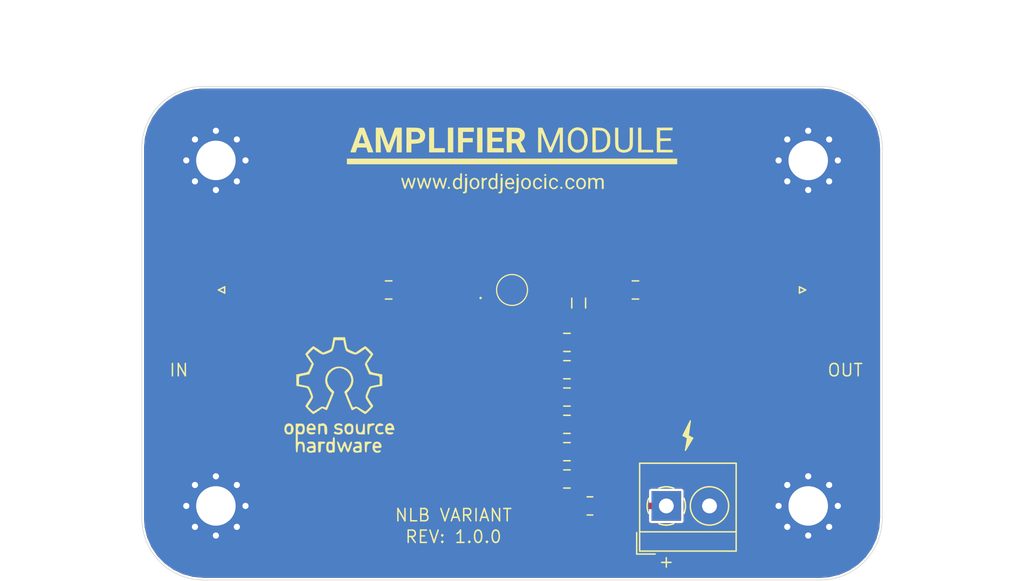
<source format=kicad_pcb>
(kicad_pcb (version 20171130) (host pcbnew "(5.1.8)-1")

  (general
    (thickness 1.6)
    (drawings 20)
    (tracks 7)
    (zones 0)
    (modules 21)
    (nets 8)
  )

  (page A4)
  (layers
    (0 F.Cu signal)
    (31 B.Cu signal)
    (32 B.Adhes user)
    (33 F.Adhes user)
    (34 B.Paste user)
    (35 F.Paste user)
    (36 B.SilkS user)
    (37 F.SilkS user)
    (38 B.Mask user)
    (39 F.Mask user)
    (40 Dwgs.User user)
    (41 Cmts.User user)
    (42 Eco1.User user)
    (43 Eco2.User user)
    (44 Edge.Cuts user)
    (45 Margin user)
    (46 B.CrtYd user)
    (47 F.CrtYd user)
    (48 B.Fab user)
    (49 F.Fab user)
  )

  (setup
    (last_trace_width 0.784566)
    (user_trace_width 0.525491)
    (user_trace_width 0.784566)
    (trace_clearance 0.2)
    (zone_clearance 0.15)
    (zone_45_only no)
    (trace_min 0.2)
    (via_size 0.8)
    (via_drill 0.4)
    (via_min_size 0.4)
    (via_min_drill 0.3)
    (uvia_size 0.3)
    (uvia_drill 0.1)
    (uvias_allowed no)
    (uvia_min_size 0.2)
    (uvia_min_drill 0.1)
    (edge_width 0.05)
    (segment_width 0.2)
    (pcb_text_width 0.3)
    (pcb_text_size 1.5 1.5)
    (mod_edge_width 0.12)
    (mod_text_size 1 1)
    (mod_text_width 0.15)
    (pad_size 1.524 1.524)
    (pad_drill 0.762)
    (pad_to_mask_clearance 0)
    (aux_axis_origin 0 0)
    (visible_elements 7FFFFF7F)
    (pcbplotparams
      (layerselection 0x010f0_ffffffff)
      (usegerberextensions false)
      (usegerberattributes true)
      (usegerberadvancedattributes true)
      (creategerberjobfile true)
      (excludeedgelayer false)
      (linewidth 0.100000)
      (plotframeref false)
      (viasonmask false)
      (mode 1)
      (useauxorigin false)
      (hpglpennumber 1)
      (hpglpenspeed 20)
      (hpglpendiameter 15.000000)
      (psnegative false)
      (psa4output false)
      (plotreference true)
      (plotvalue true)
      (plotinvisibletext false)
      (padsonsilk false)
      (subtractmaskfromsilk false)
      (outputformat 1)
      (mirror false)
      (drillshape 0)
      (scaleselection 1)
      (outputdirectory "gerber/"))
  )

  (net 0 "")
  (net 1 +5V)
  (net 2 GND)
  (net 3 "Net-(C7-Pad1)")
  (net 4 "Net-(C7-Pad2)")
  (net 5 "Net-(C8-Pad2)")
  (net 6 "Net-(C8-Pad1)")
  (net 7 "Net-(C1-Pad1)")

  (net_class Default "This is the default net class."
    (clearance 0.2)
    (trace_width 0.25)
    (via_dia 0.8)
    (via_drill 0.4)
    (uvia_dia 0.3)
    (uvia_drill 0.1)
    (add_net +5V)
    (add_net GND)
    (add_net "Net-(C1-Pad1)")
    (add_net "Net-(C7-Pad1)")
    (add_net "Net-(C7-Pad2)")
    (add_net "Net-(C8-Pad1)")
    (add_net "Net-(C8-Pad2)")
  )

  (module Icons:OSHW (layer F.Cu) (tedit 600C134A) (tstamp 60194C40)
    (at 116 75)
    (fp_text reference G*** (at 0 -6.35) (layer F.SilkS) hide
      (effects (font (size 1.524 1.524) (thickness 0.3)))
    )
    (fp_text value "OSHW LOGO" (at 0 7.62) (layer F.SilkS) hide
      (effects (font (size 1.524 1.524) (thickness 0.3)))
    )
    (fp_poly (pts (xy 0.512783 -4.393164) (xy 0.551787 -4.190322) (xy 0.588522 -3.991631) (xy 0.601185 -3.920221)
      (xy 0.626898 -3.811231) (xy 0.673584 -3.734547) (xy 0.764462 -3.668027) (xy 0.922752 -3.589532)
      (xy 0.971156 -3.567447) (xy 1.306328 -3.415473) (xy 1.685411 -3.677532) (xy 1.85899 -3.794468)
      (xy 2.001077 -3.884511) (xy 2.089872 -3.934091) (xy 2.106356 -3.939592) (xy 2.162934 -3.904803)
      (xy 2.267323 -3.814886) (xy 2.397757 -3.691516) (xy 2.532473 -3.55637) (xy 2.649708 -3.431122)
      (xy 2.727698 -3.337448) (xy 2.747347 -3.3012) (xy 2.71927 -3.240655) (xy 2.644415 -3.118635)
      (xy 2.536845 -2.957608) (xy 2.492192 -2.893527) (xy 2.237038 -2.531369) (xy 2.384424 -2.185787)
      (xy 2.445726 -2.040989) (xy 2.497004 -1.940462) (xy 2.557959 -1.872326) (xy 2.648298 -1.8247)
      (xy 2.787723 -1.785702) (xy 2.99594 -1.743453) (xy 3.175 -1.709104) (xy 3.473061 -1.651426)
      (xy 3.473061 -0.733065) (xy 3.200918 -0.679462) (xy 3.001916 -0.641179) (xy 2.810479 -0.605788)
      (xy 2.740784 -0.593463) (xy 2.639668 -0.569213) (xy 2.569131 -0.523382) (xy 2.50932 -0.432739)
      (xy 2.440377 -0.274056) (xy 2.416805 -0.214454) (xy 2.349951 -0.039488) (xy 2.301419 0.096234)
      (xy 2.28095 0.165368) (xy 2.280816 0.167269) (xy 2.308566 0.223524) (xy 2.382132 0.341114)
      (xy 2.486985 0.49707) (xy 2.514081 0.536069) (xy 2.624338 0.699319) (xy 2.70648 0.83147)
      (xy 2.745871 0.908683) (xy 2.747347 0.915991) (xy 2.712334 0.972998) (xy 2.621831 1.077426)
      (xy 2.497639 1.207601) (xy 2.361559 1.34185) (xy 2.235394 1.458498) (xy 2.140945 1.535872)
      (xy 2.104467 1.555102) (xy 2.044394 1.526853) (xy 1.923979 1.45188) (xy 1.766427 1.344845)
      (xy 1.722831 1.313992) (xy 1.384946 1.072882) (xy 1.210531 1.166811) (xy 1.094112 1.222003)
      (xy 1.02281 1.241773) (xy 1.015983 1.239452) (xy 0.985233 1.180768) (xy 0.925318 1.046873)
      (xy 0.844875 0.858844) (xy 0.752543 0.637761) (xy 0.656959 0.4047) (xy 0.566761 0.180741)
      (xy 0.490588 -0.013038) (xy 0.437076 -0.15556) (xy 0.414864 -0.225746) (xy 0.414695 -0.227819)
      (xy 0.452146 -0.291996) (xy 0.546807 -0.387986) (xy 0.601606 -0.434238) (xy 0.786361 -0.634846)
      (xy 0.919472 -0.884601) (xy 0.980758 -1.143351) (xy 0.982621 -1.192245) (xy 0.934064 -1.469022)
      (xy 0.801105 -1.724458) (xy 0.602813 -1.939453) (xy 0.358257 -2.094904) (xy 0.086505 -2.17171)
      (xy 0 -2.176565) (xy -0.276299 -2.127924) (xy -0.531295 -1.994735) (xy -0.745918 -1.796101)
      (xy -0.901101 -1.551122) (xy -0.977775 -1.2789) (xy -0.982621 -1.192245) (xy -0.93798 -0.936483)
      (xy -0.81751 -0.681752) (xy -0.641394 -0.468203) (xy -0.601607 -0.434238) (xy -0.489703 -0.333472)
      (xy -0.422942 -0.251193) (xy -0.414696 -0.227819) (xy -0.433453 -0.167063) (xy -0.484012 -0.031862)
      (xy -0.557799 0.156739) (xy -0.646243 0.377698) (xy -0.740773 0.609969) (xy -0.832815 0.832509)
      (xy -0.913799 1.024273) (xy -0.975151 1.164217) (xy -1.008301 1.231297) (xy -1.009876 1.233344)
      (xy -1.060564 1.223191) (xy -1.168837 1.17903) (xy -1.202105 1.163545) (xy -1.38031 1.078564)
      (xy -1.721157 1.316833) (xy -1.886122 1.428367) (xy -2.020066 1.511958) (xy -2.099478 1.55313)
      (xy -2.108237 1.555102) (xy -2.163883 1.520577) (xy -2.270836 1.428838) (xy -2.408791 1.297635)
      (xy -2.450909 1.255537) (xy -2.588587 1.111444) (xy -2.692257 0.993491) (xy -2.744378 0.921954)
      (xy -2.747347 0.912865) (xy -2.719501 0.852669) (xy -2.6457 0.731919) (xy -2.540551 0.574211)
      (xy -2.514082 0.536069) (xy -2.404073 0.374522) (xy -2.322001 0.246044) (xy -2.282392 0.173602)
      (xy -2.280817 0.167269) (xy -2.298502 0.104932) (xy -2.345063 -0.026276) (xy -2.41076 -0.199011)
      (xy -2.416805 -0.214454) (xy -2.491844 -0.39628) (xy -2.552207 -0.503582) (xy -2.617751 -0.559586)
      (xy -2.708332 -0.587524) (xy -2.740785 -0.593463) (xy -2.906348 -0.623318) (xy -3.109722 -0.661717)
      (xy -3.200919 -0.679462) (xy -3.473062 -0.733065) (xy -3.473062 -1.344218) (xy -3.266824 -1.344218)
      (xy -3.265879 -1.207484) (xy -3.265715 -1.171209) (xy -3.265715 -0.841127) (xy -2.915817 -0.776535)
      (xy -2.726051 -0.737748) (xy -2.57012 -0.699139) (xy -2.484665 -0.670231) (xy -2.427765 -0.603199)
      (xy -2.352903 -0.466809) (xy -2.272653 -0.290779) (xy -2.199589 -0.104825) (xy -2.146283 0.061335)
      (xy -2.125311 0.177984) (xy -2.125306 0.179098) (xy -2.152515 0.268786) (xy -2.224311 0.414088)
      (xy -2.325946 0.585602) (xy -2.340516 0.608189) (xy -2.555725 0.938505) (xy -2.355914 1.14313)
      (xy -2.23677 1.25641) (xy -2.142257 1.330719) (xy -2.105441 1.347755) (xy -2.040243 1.321143)
      (xy -1.914347 1.250813) (xy -1.753004 1.151024) (xy -1.72517 1.133006) (xy -1.552021 1.024089)
      (xy -1.4373 0.966637) (xy -1.354922 0.952066) (xy -1.278803 0.971793) (xy -1.260099 0.979977)
      (xy -1.151404 1.011693) (xy -1.088569 1.000338) (xy -1.055733 0.938195) (xy -0.993792 0.800653)
      (xy -0.911911 0.608665) (xy -0.827953 0.404681) (xy -0.603406 -0.149618) (xy -0.816135 -0.380402)
      (xy -1.01238 -0.660941) (xy -1.119093 -0.96786) (xy -1.136001 -1.283216) (xy -1.062836 -1.589067)
      (xy -0.899325 -1.867472) (xy -0.839597 -1.935666) (xy -0.582277 -2.141534) (xy -0.298298 -2.259829)
      (xy -0.003093 -2.296549) (xy 0.287902 -2.257693) (xy 0.559254 -2.149259) (xy 0.795528 -1.977247)
      (xy 0.981291 -1.747655) (xy 1.101108 -1.466482) (xy 1.13983 -1.166327) (xy 1.094094 -0.855308)
      (xy 0.95331 -0.563171) (xy 0.820193 -0.390634) (xy 0.604881 -0.146026) (xy 0.82869 0.406477)
      (xy 0.92059 0.629395) (xy 1.000879 0.816882) (xy 1.060371 0.947944) (xy 1.088568 1.000338)
      (xy 1.156292 1.011113) (xy 1.260098 0.979977) (xy 1.338372 0.953789) (xy 1.417102 0.959991)
      (xy 1.522375 1.007165) (xy 1.680275 1.103895) (xy 1.725169 1.133006) (xy 1.889887 1.236233)
      (xy 2.023257 1.312317) (xy 2.100031 1.347) (xy 2.10544 1.347755) (xy 2.167126 1.313305)
      (xy 2.2721 1.224643) (xy 2.355913 1.14313) (xy 2.555724 0.938505) (xy 2.340515 0.608189)
      (xy 2.236095 0.435432) (xy 2.159607 0.285081) (xy 2.125797 0.186539) (xy 2.125306 0.179098)
      (xy 2.145749 0.063331) (xy 2.198697 -0.102352) (xy 2.271576 -0.288235) (xy 2.351813 -0.464602)
      (xy 2.426833 -0.601734) (xy 2.484063 -0.669915) (xy 2.484664 -0.670231) (xy 2.57527 -0.700572)
      (xy 2.733226 -0.739354) (xy 2.915816 -0.776535) (xy 3.265714 -0.841127) (xy 3.265714 -1.171209)
      (xy 3.267089 -1.319727) (xy 3.259487 -1.418153) (xy 3.225316 -1.480864) (xy 3.146984 -1.522238)
      (xy 3.006898 -1.556653) (xy 2.787468 -1.598487) (xy 2.72928 -1.609634) (xy 2.426112 -1.668247)
      (xy 2.249791 -2.055159) (xy 2.167811 -2.241633) (xy 2.106121 -2.394491) (xy 2.075191 -2.48737)
      (xy 2.073469 -2.499106) (xy 2.10109 -2.565826) (xy 2.174574 -2.693259) (xy 2.279853 -2.857523)
      (xy 2.317154 -2.912786) (xy 2.560838 -3.26943) (xy 2.328173 -3.502095) (xy 2.095509 -3.73476)
      (xy 1.760509 -3.500796) (xy 1.58693 -3.388884) (xy 1.432929 -3.305972) (xy 1.327492 -3.267345)
      (xy 1.31579 -3.266274) (xy 1.19401 -3.288016) (xy 1.019599 -3.343949) (xy 0.831073 -3.418867)
      (xy 0.666951 -3.497564) (xy 0.570204 -3.56061) (xy 0.523387 -3.643296) (xy 0.470285 -3.797734)
      (xy 0.421099 -3.993318) (xy 0.413224 -4.031664) (xy 0.333999 -4.432041) (xy -0.333999 -4.432041)
      (xy -0.413224 -4.031664) (xy -0.460564 -3.831813) (xy -0.513709 -3.667432) (xy -0.562462 -3.569128)
      (xy -0.570204 -3.56061) (xy -0.677342 -3.491983) (xy -0.844569 -3.413046) (xy -1.033369 -3.339006)
      (xy -1.205223 -3.285069) (xy -1.31579 -3.266274) (xy -1.409266 -3.295193) (xy -1.556583 -3.37118)
      (xy -1.728756 -3.478951) (xy -1.76051 -3.500796) (xy -2.095509 -3.73476) (xy -2.560839 -3.26943)
      (xy -2.317154 -2.912786) (xy -2.204807 -2.741895) (xy -2.119846 -2.600351) (xy -2.07634 -2.512037)
      (xy -2.07347 -2.499106) (xy -2.093818 -2.427936) (xy -2.147883 -2.289343) (xy -2.225194 -2.10969)
      (xy -2.249791 -2.055159) (xy -2.426113 -1.668247) (xy -2.729281 -1.609634) (xy -2.967731 -1.564392)
      (xy -3.123119 -1.529607) (xy -3.213035 -1.490902) (xy -3.255073 -1.433898) (xy -3.266824 -1.344218)
      (xy -3.473062 -1.344218) (xy -3.473062 -1.651426) (xy -3.175 -1.709104) (xy -2.91224 -1.759702)
      (xy -2.730919 -1.799422) (xy -2.611335 -1.840143) (xy -2.533782 -1.893748) (xy -2.478556 -1.972117)
      (xy -2.425954 -2.08713) (xy -2.384424 -2.185787) (xy -2.237039 -2.531369) (xy -2.492193 -2.893527)
      (xy -2.608202 -3.063195) (xy -2.696628 -3.202057) (xy -2.743408 -3.287645) (xy -2.747347 -3.3012)
      (xy -2.712416 -3.35755) (xy -2.622133 -3.461515) (xy -2.498262 -3.59142) (xy -2.362565 -3.72559)
      (xy -2.236807 -3.84235) (xy -2.142752 -3.920023) (xy -2.106356 -3.939592) (xy -2.047527 -3.911887)
      (xy -1.926033 -3.837861) (xy -1.763791 -3.731144) (xy -1.688651 -3.679772) (xy -1.312808 -3.419952)
      (xy -1.03222 -3.533325) (xy -0.837142 -3.615586) (xy -0.717325 -3.681753) (xy -0.65085 -3.75185)
      (xy -0.615799 -3.8459) (xy -0.599637 -3.92848) (xy -0.569193 -4.097183) (xy -0.530398 -4.302639)
      (xy -0.512784 -4.393164) (xy -0.459181 -4.665306) (xy 0.45918 -4.665306) (xy 0.512783 -4.393164)) (layer F.SilkS) (width 0.01))
    (fp_poly (pts (xy 4.259898 2.344978) (xy 4.374159 2.467273) (xy 4.440562 2.660222) (xy 4.471524 2.85102)
      (xy 4.175838 2.85102) (xy 4.008019 2.855302) (xy 3.921824 2.87291) (xy 3.895389 2.910983)
      (xy 3.898099 2.941734) (xy 3.943843 3.006377) (xy 4.06168 3.035563) (xy 4.122206 3.039086)
      (xy 4.290536 3.046043) (xy 4.373881 3.058137) (xy 4.390894 3.083167) (xy 4.360228 3.128933)
      (xy 4.354285 3.136122) (xy 4.243635 3.198865) (xy 4.086251 3.21347) (xy 3.926064 3.182081)
      (xy 3.809394 3.109535) (xy 3.733536 2.950851) (xy 3.714966 2.764392) (xy 3.747215 2.573719)
      (xy 3.891355 2.573719) (xy 3.899873 2.64475) (xy 3.993944 2.689199) (xy 4.069183 2.69551)
      (xy 4.204782 2.677907) (xy 4.250536 2.622849) (xy 4.250612 2.619579) (xy 4.207164 2.527971)
      (xy 4.105882 2.477672) (xy 3.990357 2.488516) (xy 3.97713 2.495134) (xy 3.891355 2.573719)
      (xy 3.747215 2.573719) (xy 3.750709 2.553067) (xy 3.843992 2.40246) (xy 3.973896 2.315574)
      (xy 4.119505 2.295412) (xy 4.259898 2.344978)) (layer F.SilkS) (width 0.01))
    (fp_poly (pts (xy 3.461016 2.345982) (xy 3.561302 2.416071) (xy 3.562743 2.471884) (xy 3.469913 2.506383)
      (xy 3.351746 2.514081) (xy 3.209892 2.523857) (xy 3.134044 2.566354) (xy 3.089735 2.654544)
      (xy 3.071497 2.835549) (xy 3.102709 2.933028) (xy 3.154734 3.021134) (xy 3.225821 3.051797)
      (xy 3.355324 3.040685) (xy 3.368037 3.038677) (xy 3.51482 3.030896) (xy 3.596142 3.056862)
      (xy 3.598602 3.106571) (xy 3.529757 3.15944) (xy 3.336258 3.215066) (xy 3.151541 3.184484)
      (xy 3.010293 3.077295) (xy 2.921327 2.901541) (xy 2.906969 2.718731) (xy 2.955088 2.548545)
      (xy 3.053555 2.410662) (xy 3.19024 2.324764) (xy 3.353014 2.310532) (xy 3.461016 2.345982)) (layer F.SilkS) (width 0.01))
    (fp_poly (pts (xy 2.791895 2.315727) (xy 2.868251 2.351216) (xy 2.853361 2.407217) (xy 2.845765 2.416739)
      (xy 2.749684 2.473838) (xy 2.665068 2.488163) (xy 2.546095 2.526675) (xy 2.471722 2.646584)
      (xy 2.43871 2.85445) (xy 2.436326 2.951286) (xy 2.428203 3.115469) (xy 2.400023 3.196281)
      (xy 2.358571 3.213877) (xy 2.319924 3.19522) (xy 2.296169 3.127263) (xy 2.284177 2.992024)
      (xy 2.280817 2.771523) (xy 2.280816 2.767219) (xy 2.282111 2.552498) (xy 2.289388 2.422493)
      (xy 2.307737 2.358247) (xy 2.342246 2.340806) (xy 2.39287 2.349864) (xy 2.522464 2.353858)
      (xy 2.591836 2.332653) (xy 2.711354 2.307222) (xy 2.791895 2.315727)) (layer F.SilkS) (width 0.01))
    (fp_poly (pts (xy 2.034938 2.351707) (xy 2.058785 2.420994) (xy 2.070532 2.558698) (xy 2.073469 2.764107)
      (xy 2.073469 3.19556) (xy 1.794749 3.202894) (xy 1.603534 3.196405) (xy 1.484245 3.159891)
      (xy 1.431892 3.117256) (xy 1.384393 3.019136) (xy 1.354384 2.868634) (xy 1.342105 2.695355)
      (xy 1.347798 2.528907) (xy 1.371703 2.398895) (xy 1.414061 2.334925) (xy 1.42551 2.332653)
      (xy 1.471328 2.357179) (xy 1.495543 2.443794) (xy 1.503213 2.612057) (xy 1.503265 2.633306)
      (xy 1.518993 2.856386) (xy 1.570258 2.992109) (xy 1.663185 3.05253) (xy 1.719155 3.058367)
      (xy 1.82439 3.010525) (xy 1.890947 2.869051) (xy 1.917506 2.637023) (xy 1.917959 2.595244)
      (xy 1.926082 2.431061) (xy 1.954262 2.350249) (xy 1.995714 2.332653) (xy 2.034938 2.351707)) (layer F.SilkS) (width 0.01))
    (fp_poly (pts (xy 0.919047 2.337179) (xy 1.037676 2.395935) (xy 1.10451 2.47763) (xy 1.133743 2.610644)
      (xy 1.139614 2.77819) (xy 1.124954 2.973851) (xy 1.074831 3.096017) (xy 1.045612 3.128088)
      (xy 0.919038 3.191037) (xy 0.756984 3.212674) (xy 0.615035 3.187363) (xy 0.590923 3.174206)
      (xy 0.48937 3.05175) (xy 0.429674 2.871235) (xy 0.42628 2.809288) (xy 0.580637 2.809288)
      (xy 0.619722 2.940576) (xy 0.699739 3.029797) (xy 0.802115 3.05834) (xy 0.908278 3.007594)
      (xy 0.930059 2.984229) (xy 0.966482 2.886284) (xy 0.97696 2.740535) (xy 0.975283 2.712087)
      (xy 0.95665 2.58268) (xy 0.912432 2.526756) (xy 0.816624 2.514126) (xy 0.804717 2.514081)
      (xy 0.680322 2.537747) (xy 0.611297 2.627659) (xy 0.601057 2.654544) (xy 0.580637 2.809288)
      (xy 0.42628 2.809288) (xy 0.418767 2.672214) (xy 0.463578 2.494239) (xy 0.469682 2.482274)
      (xy 0.587263 2.362518) (xy 0.754537 2.312446) (xy 0.919047 2.337179)) (layer F.SilkS) (width 0.01))
    (fp_poly (pts (xy 0.013349 2.315001) (xy 0.13698 2.346003) (xy 0.225965 2.39531) (xy 0.257029 2.454284)
      (xy 0.211231 2.511681) (xy 0.13365 2.513776) (xy 0.027888 2.479628) (xy -0.084047 2.445223)
      (xy -0.165504 2.478375) (xy -0.196303 2.506763) (xy -0.254442 2.579183) (xy -0.234535 2.62584)
      (xy -0.207347 2.644754) (xy -0.095235 2.68428) (xy 0 2.69551) (xy 0.168333 2.734854)
      (xy 0.266899 2.834128) (xy 0.283439 2.972515) (xy 0.233246 3.091589) (xy 0.153734 3.174401)
      (xy 0.035833 3.209308) (xy -0.069043 3.213877) (xy -0.230692 3.198522) (xy -0.359719 3.160281)
      (xy -0.383549 3.146354) (xy -0.445358 3.086483) (xy -0.421008 3.034322) (xy -0.398072 3.014245)
      (xy -0.317604 2.979659) (xy -0.286658 3.004013) (xy -0.216581 3.040797) (xy -0.090315 3.058162)
      (xy -0.074696 3.058367) (xy 0.049059 3.046331) (xy 0.098344 2.999568) (xy 0.103673 2.954694)
      (xy 0.076834 2.876517) (xy -0.020208 2.851333) (xy -0.040303 2.85102) (xy -0.217207 2.816946)
      (xy -0.34088 2.72979) (xy -0.402237 2.612147) (xy -0.392196 2.486615) (xy -0.30167 2.375791)
      (xy -0.244753 2.342461) (xy -0.121654 2.310941) (xy 0.013349 2.315001)) (layer F.SilkS) (width 0.01))
    (fp_poly (pts (xy -1.140683 2.380442) (xy -1.115353 2.404832) (xy -1.042508 2.492135) (xy -1.002915 2.591648)
      (xy -0.987031 2.737737) (xy -0.984898 2.874582) (xy -0.988201 3.057943) (xy -1.002634 3.160452)
      (xy -1.034983 3.204837) (xy -1.086203 3.213877) (xy -1.140987 3.201852) (xy -1.173892 3.150958)
      (xy -1.19233 3.038965) (xy -1.202836 2.863979) (xy -1.218164 2.514081) (xy -1.529184 2.514081)
      (xy -1.544512 2.863979) (xy -1.559068 3.061264) (xy -1.58407 3.171872) (xy -1.623878 3.212618)
      (xy -1.635226 3.213877) (xy -1.673176 3.193191) (xy -1.696389 3.119484) (xy -1.707857 2.975283)
      (xy -1.710613 2.773846) (xy -1.709178 2.560664) (xy -1.701256 2.431067) (xy -1.68142 2.36497)
      (xy -1.644243 2.342288) (xy -1.59398 2.342212) (xy -1.446216 2.332333) (xy -1.361578 2.312493)
      (xy -1.252844 2.307741) (xy -1.140683 2.380442)) (layer F.SilkS) (width 0.01))
    (fp_poly (pts (xy -2.099283 2.362146) (xy -1.979793 2.4735) (xy -1.920315 2.634987) (xy -1.917959 2.677626)
      (xy -1.917959 2.85102) (xy -2.203062 2.85102) (xy -2.359206 2.858499) (xy -2.462762 2.877793)
      (xy -2.488164 2.89651) (xy -2.442986 2.98163) (xy -2.332833 3.036889) (xy -2.195773 3.043824)
      (xy -2.187532 3.042302) (xy -2.05221 3.032557) (xy -1.967349 3.057191) (xy -1.951272 3.10434)
      (xy -2.011222 3.156469) (xy -2.193847 3.209509) (xy -2.382715 3.194864) (xy -2.533572 3.116406)
      (xy -2.54 3.110204) (xy -2.618181 2.968598) (xy -2.645444 2.779366) (xy -2.628993 2.647376)
      (xy -2.488164 2.647376) (xy -2.442167 2.67752) (xy -2.327266 2.694284) (xy -2.280817 2.69551)
      (xy -2.150964 2.684832) (xy -2.07875 2.658159) (xy -2.07347 2.647376) (xy -2.110017 2.571054)
      (xy -2.190229 2.486191) (xy -2.269963 2.437719) (xy -2.280817 2.436326) (xy -2.355799 2.473526)
      (xy -2.439173 2.555171) (xy -2.486795 2.636329) (xy -2.488164 2.647376) (xy -2.628993 2.647376)
      (xy -2.621277 2.585474) (xy -2.548078 2.433429) (xy -2.410402 2.331657) (xy -2.251812 2.31138)
      (xy -2.099283 2.362146)) (layer F.SilkS) (width 0.01))
    (fp_poly (pts (xy -3.947413 2.337694) (xy -3.811149 2.434767) (xy -3.727919 2.593666) (xy -3.702377 2.78452)
      (xy -3.739178 2.977462) (xy -3.824997 3.123163) (xy -3.944673 3.192793) (xy -4.105687 3.210904)
      (xy -4.258894 3.176575) (xy -4.324587 3.132497) (xy -4.418238 2.978424) (xy -4.444116 2.829888)
      (xy -4.278447 2.829888) (xy -4.25229 2.924364) (xy -4.191248 3.026698) (xy -4.094254 3.051888)
      (xy -4.0562 3.048848) (xy -3.971552 3.031251) (xy -3.929407 2.985) (xy -3.91506 2.88166)
      (xy -3.913674 2.773265) (xy -3.917188 2.619805) (xy -3.938125 2.543277) (xy -3.992075 2.516954)
      (xy -4.064864 2.514081) (xy -4.197188 2.556433) (xy -4.2717 2.668964) (xy -4.278447 2.829888)
      (xy -4.444116 2.829888) (xy -4.451322 2.788532) (xy -4.427239 2.596111) (xy -4.349388 2.434451)
      (xy -4.244327 2.346494) (xy -4.09742 2.307969) (xy -3.947413 2.337694)) (layer F.SilkS) (width 0.01))
    (fp_poly (pts (xy 2.537273 3.797617) (xy 2.621014 3.819421) (xy 2.630454 3.850434) (xy 2.56845 3.905801)
      (xy 2.484103 3.931599) (xy 2.350799 3.968202) (xy 2.272536 4.04538) (xy 2.236349 4.184936)
      (xy 2.228979 4.360632) (xy 2.222785 4.539132) (xy 2.200876 4.634062) (xy 2.158265 4.66497)
      (xy 2.151224 4.665306) (xy 2.112 4.646251) (xy 2.088153 4.576964) (xy 2.076406 4.439261)
      (xy 2.073469 4.233852) (xy 2.073469 3.802398) (xy 2.362372 3.794797) (xy 2.537273 3.797617)) (layer F.SilkS) (width 0.01))
    (fp_poly (pts (xy -0.044693 3.859774) (xy 0.021551 4.012609) (xy 0.050971 4.117413) (xy 0.093759 4.266071)
      (xy 0.133793 4.355838) (xy 0.157821 4.368929) (xy 0.193313 4.300042) (xy 0.245303 4.16623)
      (xy 0.282896 4.056224) (xy 0.342604 3.906405) (xy 0.40328 3.807561) (xy 0.437947 3.784081)
      (xy 0.486373 3.830354) (xy 0.544498 3.951879) (xy 0.591973 4.095102) (xy 0.640342 4.256744)
      (xy 0.679754 4.369204) (xy 0.699796 4.406122) (xy 0.723276 4.360512) (xy 0.764065 4.241628)
      (xy 0.807618 4.095102) (xy 0.868459 3.917193) (xy 0.928773 3.80857) (xy 0.96581 3.784081)
      (xy 1.014528 3.798173) (xy 1.031204 3.85119) (xy 1.014198 3.959245) (xy 0.961868 4.138452)
      (xy 0.915341 4.279392) (xy 0.828579 4.504175) (xy 0.751835 4.627311) (xy 0.681241 4.649892)
      (xy 0.612931 4.57301) (xy 0.543037 4.397757) (xy 0.539182 4.385642) (xy 0.48509 4.236658)
      (xy 0.436924 4.142499) (xy 0.410724 4.123474) (xy 0.376976 4.183425) (xy 0.332639 4.310815)
      (xy 0.305981 4.406239) (xy 0.245065 4.588626) (xy 0.180442 4.670598) (xy 0.110629 4.651498)
      (xy 0.03414 4.530673) (xy -0.050508 4.307468) (xy -0.07194 4.23945) (xy -0.128465 4.045026)
      (xy -0.167373 3.891839) (xy -0.182798 3.8039) (xy -0.181142 3.792434) (xy -0.115559 3.78176)
      (xy -0.044693 3.859774)) (layer F.SilkS) (width 0.01))
    (fp_poly (pts (xy -1.256278 3.79405) (xy -1.172122 3.811678) (xy -1.147912 3.850907) (xy -1.150282 3.874824)
      (xy -1.213331 3.945719) (xy -1.322184 3.963624) (xy -1.477347 3.96551) (xy -1.492675 4.315408)
      (xy -1.504365 4.502805) (xy -1.523742 4.608757) (xy -1.558214 4.655496) (xy -1.609308 4.665306)
      (xy -1.658857 4.656446) (xy -1.689014 4.616317) (xy -1.704509 4.524596) (xy -1.710072 4.36096)
      (xy -1.710613 4.230055) (xy -1.710613 3.794803) (xy -1.422078 3.791357) (xy -1.256278 3.79405)) (layer F.SilkS) (width 0.01))
    (fp_poly (pts (xy -2.940693 2.356428) (xy -2.848347 2.459591) (xy -2.80458 2.645316) (xy -2.799184 2.775138)
      (xy -2.824777 3.002619) (xy -2.904471 3.143905) (xy -3.042642 3.203771) (xy -3.186787 3.198191)
      (xy -3.369388 3.168558) (xy -3.369388 3.8294) (xy -3.186787 3.799768) (xy -3.014092 3.79602)
      (xy -2.89736 3.857534) (xy -2.828858 3.994499) (xy -2.800855 4.217103) (xy -2.799184 4.310483)
      (xy -2.803934 4.505127) (xy -2.820983 4.615574) (xy -2.854529 4.660982) (xy -2.876939 4.665306)
      (xy -2.922757 4.64078) (xy -2.946972 4.554164) (xy -2.954642 4.385901) (xy -2.954694 4.364653)
      (xy -2.970422 4.141573) (xy -3.021688 4.00585) (xy -3.114615 3.945428) (xy -3.170585 3.939591)
      (xy -3.275819 3.987433) (xy -3.342376 4.128907) (xy -3.368936 4.360935) (xy -3.369388 4.402714)
      (xy -3.377511 4.566898) (xy -3.405691 4.647709) (xy -3.447143 4.665306) (xy -3.472621 4.653151)
      (xy -3.491975 4.608701) (xy -3.506005 4.519977) (xy -3.515513 4.374998) (xy -3.521298 4.161787)
      (xy -3.524159 3.868363) (xy -3.524898 3.501066) (xy -3.524898 2.75945) (xy -3.361094 2.75945)
      (xy -3.334329 2.911831) (xy -3.327935 2.926687) (xy -3.240045 3.03084) (xy -3.129604 3.053397)
      (xy -3.029811 2.991092) (xy -3.008355 2.958101) (xy -2.959943 2.799203) (xy -2.969907 2.644411)
      (xy -3.029959 2.542066) (xy -3.145269 2.494734) (xy -3.249963 2.529473) (xy -3.327438 2.624854)
      (xy -3.361094 2.75945) (xy -3.524898 2.75945) (xy -3.524898 2.336826) (xy -3.382347 2.33418)
      (xy -3.216517 2.330568) (xy -3.08714 2.327239) (xy -2.940693 2.356428)) (layer F.SilkS) (width 0.01))
    (fp_poly (pts (xy 3.237986 3.830594) (xy 3.363122 3.951423) (xy 3.420179 4.119881) (xy 3.421224 4.146938)
      (xy 3.416437 4.235841) (xy 3.385063 4.282114) (xy 3.301584 4.299677) (xy 3.140482 4.302448)
      (xy 3.136122 4.302449) (xy 2.954865 4.310311) (xy 2.869276 4.338671) (xy 2.872209 4.39469)
      (xy 2.954904 4.484068) (xy 3.054301 4.547068) (xy 3.159871 4.531381) (xy 3.186318 4.519975)
      (xy 3.300437 4.489106) (xy 3.347469 4.516267) (xy 3.348327 4.590267) (xy 3.274083 4.650577)
      (xy 3.153239 4.687227) (xy 3.0143 4.690247) (xy 2.919205 4.66606) (xy 2.789703 4.561344)
      (xy 2.712102 4.394496) (xy 2.693895 4.197067) (xy 2.729763 4.052305) (xy 2.873777 4.052305)
      (xy 2.876528 4.111663) (xy 2.976787 4.143087) (xy 3.058367 4.146938) (xy 3.206224 4.133973)
      (xy 3.255694 4.095477) (xy 3.253989 4.085846) (xy 3.177185 3.986226) (xy 3.060114 3.946424)
      (xy 2.970738 3.969478) (xy 2.873777 4.052305) (xy 2.729763 4.052305) (xy 2.742573 4.000606)
      (xy 2.755107 3.975061) (xy 2.848918 3.845555) (xy 2.97372 3.791635) (xy 3.071326 3.784875)
      (xy 3.237986 3.830594)) (layer F.SilkS) (width 0.01))
    (fp_poly (pts (xy 1.721982 3.832517) (xy 1.783466 3.928228) (xy 1.809832 4.097344) (xy 1.814285 4.282297)
      (xy 1.812283 4.478022) (xy 1.801809 4.591789) (xy 1.776166 4.645301) (xy 1.728656 4.660257)
      (xy 1.697653 4.660167) (xy 1.552034 4.669892) (xy 1.477347 4.684634) (xy 1.346959 4.687969)
      (xy 1.257041 4.664944) (xy 1.167407 4.61012) (xy 1.140408 4.567542) (xy 1.123239 4.478265)
      (xy 1.110482 4.440288) (xy 1.11553 4.38564) (xy 1.275833 4.38564) (xy 1.282634 4.459602)
      (xy 1.336949 4.506848) (xy 1.4401 4.554438) (xy 1.530202 4.54668) (xy 1.57678 4.530168)
      (xy 1.645957 4.458012) (xy 1.658775 4.400576) (xy 1.635274 4.33155) (xy 1.547492 4.304659)
      (xy 1.482893 4.302449) (xy 1.34735 4.326583) (xy 1.275833 4.38564) (xy 1.11553 4.38564)
      (xy 1.119895 4.338401) (xy 1.205243 4.241616) (xy 1.340011 4.170919) (xy 1.481148 4.146938)
      (xy 1.605224 4.136882) (xy 1.650101 4.09832) (xy 1.648673 4.056224) (xy 1.605119 3.992693)
      (xy 1.492257 3.965193) (xy 1.424566 3.962157) (xy 1.270507 3.941055) (xy 1.209605 3.895959)
      (xy 1.240015 3.844382) (xy 1.359891 3.803837) (xy 1.4423 3.793873) (xy 1.61254 3.793352)
      (xy 1.721982 3.832517)) (layer F.SilkS) (width 0.01))
    (fp_poly (pts (xy -0.407076 3.436827) (xy -0.384518 3.494215) (xy -0.370956 3.609252) (xy -0.364403 3.797806)
      (xy -0.362857 4.042684) (xy -0.363566 4.304611) (xy -0.367852 4.48003) (xy -0.378958 4.586108)
      (xy -0.400127 4.64001) (xy -0.434601 4.658903) (xy -0.47949 4.660167) (xy -0.626889 4.672475)
      (xy -0.702771 4.690101) (xy -0.838356 4.681216) (xy -0.930482 4.625981) (xy -1.002758 4.549187)
      (xy -1.039399 4.447287) (xy -1.051207 4.285404) (xy -1.051546 4.235046) (xy -1.050186 4.214427)
      (xy -0.881225 4.214427) (xy -0.872193 4.385997) (xy -0.835116 4.475478) (xy -0.755024 4.503624)
      (xy -0.675818 4.499216) (xy -0.593532 4.478489) (xy -0.555206 4.421826) (xy -0.54454 4.299122)
      (xy -0.544286 4.256261) (xy -0.570503 4.069773) (xy -0.64453 3.963103) (xy -0.759428 3.944524)
      (xy -0.796424 3.955633) (xy -0.855905 4.017928) (xy -0.879996 4.156312) (xy -0.881225 4.214427)
      (xy -1.050186 4.214427) (xy -1.036553 4.007887) (xy -0.984876 3.867928) (xy -0.886469 3.802176)
      (xy -0.731284 3.797638) (xy -0.714906 3.799691) (xy -0.518368 3.826053) (xy -0.518368 3.623638)
      (xy -0.50489 3.481328) (xy -0.460481 3.424116) (xy -0.440613 3.421224) (xy -0.407076 3.436827)) (layer F.SilkS) (width 0.01))
    (fp_poly (pts (xy -2.107588 3.802807) (xy -2.001431 3.868828) (xy -1.9423 3.998825) (xy -1.919407 4.208682)
      (xy -1.917959 4.305571) (xy -1.920278 4.493992) (xy -1.932135 4.601217) (xy -1.96088 4.6497)
      (xy -2.013864 4.661896) (xy -2.034592 4.661855) (xy -2.180504 4.672673) (xy -2.280817 4.690867)
      (xy -2.443864 4.681401) (xy -2.527041 4.638961) (xy -2.626545 4.522094) (xy -2.638548 4.394654)
      (xy -2.633563 4.385435) (xy -2.471426 4.385435) (xy -2.464908 4.476044) (xy -2.389981 4.537358)
      (xy -2.280361 4.557933) (xy -2.169766 4.526319) (xy -2.135674 4.499428) (xy -2.073066 4.400083)
      (xy -2.106624 4.331947) (xy -2.23149 4.302937) (xy -2.256525 4.302449) (xy -2.409761 4.327093)
      (xy -2.471426 4.385435) (xy -2.633563 4.385435) (xy -2.574655 4.276501) (xy -2.446471 4.187496)
      (xy -2.265601 4.147502) (xy -2.239563 4.146938) (xy -2.120732 4.13555) (xy -2.081013 4.092505)
      (xy -2.083405 4.056224) (xy -2.124713 3.994271) (xy -2.232677 3.965171) (xy -2.321742 3.95992)
      (xy -2.466452 3.948627) (xy -2.563493 3.927061) (xy -2.578647 3.918224) (xy -2.58101 3.86721)
      (xy -2.503878 3.82138) (xy -2.371299 3.791176) (xy -2.27156 3.784875) (xy -2.107588 3.802807)) (layer F.SilkS) (width 0.01))
  )

  (module Icons:Amplifier_Module_Label (layer F.Cu) (tedit 60186031) (tstamp 6019517F)
    (at 130 55.99889)
    (fp_text reference G*** (at 0 -5.08) (layer F.SilkS) hide
      (effects (font (size 1.524 1.524) (thickness 0.3)))
    )
    (fp_text value LOGO (at 0 5.08) (layer F.SilkS) hide
      (effects (font (size 1.524 1.524) (thickness 0.3)))
    )
    (fp_poly (pts (xy -3.646857 1.9685) (xy -3.65137 2.142632) (xy -3.657286 2.299236) (xy -3.664099 2.428861)
      (xy -3.671302 2.522053) (xy -3.678388 2.569359) (xy -3.679184 2.571455) (xy -3.724816 2.621544)
      (xy -3.798048 2.659797) (xy -3.877795 2.679405) (xy -3.942973 2.673559) (xy -3.960519 2.662296)
      (xy -3.977039 2.625134) (xy -3.977644 2.58038) (xy -3.964336 2.552695) (xy -3.951695 2.55375)
      (xy -3.907571 2.555355) (xy -3.867028 2.540312) (xy -3.847387 2.527025) (xy -3.832855 2.505998)
      (xy -3.822668 2.469432) (xy -3.816057 2.409528) (xy -3.812255 2.318489) (xy -3.810495 2.188515)
      (xy -3.810012 2.011809) (xy -3.81 1.960451) (xy -3.81 1.411111) (xy -3.635563 1.411111)
      (xy -3.646857 1.9685)) (layer F.SilkS) (width 0.01))
    (fp_poly (pts (xy -0.76819 1.9685) (xy -0.772703 2.142632) (xy -0.77862 2.299236) (xy -0.785433 2.428861)
      (xy -0.792636 2.522053) (xy -0.799722 2.569359) (xy -0.800517 2.571455) (xy -0.84615 2.621544)
      (xy -0.919381 2.659797) (xy -0.999128 2.679405) (xy -1.064306 2.673559) (xy -1.081852 2.662296)
      (xy -1.098373 2.625134) (xy -1.098977 2.58038) (xy -1.085669 2.552695) (xy -1.073028 2.55375)
      (xy -1.028904 2.555355) (xy -0.988361 2.540312) (xy -0.96872 2.527025) (xy -0.954189 2.505998)
      (xy -0.944001 2.469432) (xy -0.93739 2.409528) (xy -0.933588 2.318489) (xy -0.931829 2.188515)
      (xy -0.931345 2.011809) (xy -0.931333 1.960451) (xy -0.931333 1.411111) (xy -0.756896 1.411111)
      (xy -0.76819 1.9685)) (layer F.SilkS) (width 0.01))
    (fp_poly (pts (xy 0.530032 1.9685) (xy 0.525519 2.142632) (xy 0.519603 2.299236) (xy 0.51279 2.428861)
      (xy 0.505587 2.522053) (xy 0.498501 2.569359) (xy 0.497705 2.571455) (xy 0.452073 2.621544)
      (xy 0.378841 2.659797) (xy 0.299094 2.679405) (xy 0.233916 2.673559) (xy 0.21637 2.662296)
      (xy 0.199849 2.625134) (xy 0.199245 2.58038) (xy 0.212553 2.552695) (xy 0.225194 2.55375)
      (xy 0.269318 2.555355) (xy 0.309861 2.540312) (xy 0.329502 2.527025) (xy 0.344033 2.505998)
      (xy 0.354221 2.469432) (xy 0.360832 2.409528) (xy 0.364634 2.318489) (xy 0.366393 2.188515)
      (xy 0.366877 2.011809) (xy 0.366889 1.960451) (xy 0.366889 1.411111) (xy 0.541326 1.411111)
      (xy 0.530032 1.9685)) (layer F.SilkS) (width 0.01))
    (fp_poly (pts (xy -4.064 1.679222) (xy -4.064214 1.884257) (xy -4.065243 2.039694) (xy -4.067672 2.152381)
      (xy -4.072083 2.229164) (xy -4.079059 2.27689) (xy -4.089185 2.302406) (xy -4.103043 2.312558)
      (xy -4.118093 2.314222) (xy -4.16841 2.298887) (xy -4.183482 2.280332) (xy -4.206727 2.264368)
      (xy -4.262278 2.27939) (xy -4.295932 2.294443) (xy -4.399125 2.333055) (xy -4.487247 2.335524)
      (xy -4.587976 2.302568) (xy -4.589178 2.302046) (xy -4.680884 2.233775) (xy -4.745505 2.129039)
      (xy -4.783059 2.000508) (xy -4.792751 1.87166) (xy -4.656667 1.87166) (xy -4.638396 2.008182)
      (xy -4.588818 2.11475) (xy -4.515784 2.185905) (xy -4.427148 2.216187) (xy -4.33076 2.200137)
      (xy -4.2545 2.151287) (xy -4.228684 2.116777) (xy -4.213404 2.060676) (xy -4.206365 1.970229)
      (xy -4.205111 1.876777) (xy -4.207609 1.754006) (xy -4.216633 1.674801) (xy -4.234479 1.626441)
      (xy -4.2545 1.603219) (xy -4.352931 1.547423) (xy -4.449657 1.542196) (xy -4.536443 1.582041)
      (xy -4.605053 1.66146) (xy -4.647252 1.774957) (xy -4.656667 1.87166) (xy -4.792751 1.87166)
      (xy -4.793565 1.860851) (xy -4.777042 1.722736) (xy -4.733509 1.598832) (xy -4.662984 1.501809)
      (xy -4.587922 1.452382) (xy -4.4839 1.418113) (xy -4.400235 1.417738) (xy -4.312069 1.451367)
      (xy -4.307719 1.453618) (xy -4.248983 1.482677) (xy -4.216651 1.495724) (xy -4.215996 1.495777)
      (xy -4.210941 1.469783) (xy -4.207134 1.400705) (xy -4.20522 1.301901) (xy -4.205111 1.27)
      (xy -4.204359 1.158023) (xy -4.199705 1.090974) (xy -4.187548 1.057336) (xy -4.164291 1.045592)
      (xy -4.134556 1.044222) (xy -4.064 1.044222) (xy -4.064 1.679222)) (layer F.SilkS) (width 0.01))
    (fp_poly (pts (xy -2.935431 1.436823) (xy -2.814826 1.500161) (xy -2.716952 1.605784) (xy -2.669795 1.717914)
      (xy -2.650673 1.856129) (xy -2.659971 1.997309) (xy -2.698075 2.118329) (xy -2.708092 2.1363)
      (xy -2.803535 2.246189) (xy -2.923521 2.313883) (xy -3.055808 2.335561) (xy -3.188156 2.307405)
      (xy -3.215327 2.294533) (xy -3.324916 2.217501) (xy -3.394154 2.117468) (xy -3.429695 1.982909)
      (xy -3.436263 1.911751) (xy -3.436102 1.828362) (xy -3.29695 1.828362) (xy -3.296896 1.951402)
      (xy -3.267767 2.065007) (xy -3.208761 2.154298) (xy -3.164951 2.186759) (xy -3.086863 2.221392)
      (xy -3.02113 2.223686) (xy -2.952411 2.202545) (xy -2.879377 2.146991) (xy -2.826538 2.052945)
      (xy -2.797275 1.935796) (xy -2.794964 1.810933) (xy -2.822984 1.693745) (xy -2.835003 1.667684)
      (xy -2.905906 1.58369) (xy -3.002001 1.539936) (xy -3.106458 1.543039) (xy -3.130687 1.551402)
      (xy -3.213043 1.613484) (xy -3.268732 1.710764) (xy -3.29695 1.828362) (xy -3.436102 1.828362)
      (xy -3.436013 1.782404) (xy -3.415964 1.685859) (xy -3.395248 1.638895) (xy -3.305812 1.521143)
      (xy -3.191988 1.447854) (xy -3.064839 1.419567) (xy -2.935431 1.436823)) (layer F.SilkS) (width 0.01))
    (fp_poly (pts (xy -1.185333 1.679222) (xy -1.185547 1.884257) (xy -1.186577 2.039694) (xy -1.189005 2.152381)
      (xy -1.193416 2.229164) (xy -1.200393 2.27689) (xy -1.210518 2.302406) (xy -1.224376 2.312558)
      (xy -1.239426 2.314222) (xy -1.289743 2.298887) (xy -1.304815 2.280332) (xy -1.328061 2.264368)
      (xy -1.383612 2.27939) (xy -1.417266 2.294443) (xy -1.520458 2.333055) (xy -1.60858 2.335524)
      (xy -1.709309 2.302568) (xy -1.710511 2.302046) (xy -1.802217 2.233775) (xy -1.866838 2.129039)
      (xy -1.904392 2.000508) (xy -1.914084 1.87166) (xy -1.778 1.87166) (xy -1.759729 2.008182)
      (xy -1.710151 2.11475) (xy -1.637118 2.185905) (xy -1.548481 2.216187) (xy -1.452093 2.200137)
      (xy -1.375833 2.151287) (xy -1.350017 2.116777) (xy -1.334737 2.060676) (xy -1.327698 1.970229)
      (xy -1.326445 1.876777) (xy -1.328942 1.754006) (xy -1.337966 1.674801) (xy -1.355813 1.626441)
      (xy -1.375833 1.603219) (xy -1.474265 1.547423) (xy -1.570991 1.542196) (xy -1.657776 1.582041)
      (xy -1.726386 1.66146) (xy -1.768585 1.774957) (xy -1.778 1.87166) (xy -1.914084 1.87166)
      (xy -1.914898 1.860851) (xy -1.898375 1.722736) (xy -1.854842 1.598832) (xy -1.784317 1.501809)
      (xy -1.709255 1.452382) (xy -1.605233 1.418113) (xy -1.521569 1.417738) (xy -1.433403 1.451367)
      (xy -1.429052 1.453618) (xy -1.370316 1.482677) (xy -1.337984 1.495724) (xy -1.33733 1.495777)
      (xy -1.332274 1.469783) (xy -1.328468 1.400705) (xy -1.326554 1.301901) (xy -1.326445 1.27)
      (xy -1.325693 1.158023) (xy -1.321038 1.090974) (xy -1.308881 1.057336) (xy -1.285624 1.045592)
      (xy -1.255889 1.044222) (xy -1.185333 1.044222) (xy -1.185333 1.679222)) (layer F.SilkS) (width 0.01))
    (fp_poly (pts (xy -0.070863 1.430016) (xy -0.029069 1.445694) (xy 0.066527 1.525079) (xy 0.135968 1.639449)
      (xy 0.168288 1.769428) (xy 0.169333 1.796284) (xy 0.169333 1.919111) (xy -0.127 1.919111)
      (xy -0.269043 1.920574) (xy -0.361494 1.927941) (xy -0.411184 1.945672) (xy -0.424947 1.978232)
      (xy -0.409616 2.030082) (xy -0.382331 2.08587) (xy -0.31105 2.168376) (xy -0.212248 2.212864)
      (xy -0.102341 2.216754) (xy 0.002261 2.177468) (xy 0.036156 2.151632) (xy 0.078678 2.121656)
      (xy 0.112298 2.133344) (xy 0.130288 2.150193) (xy 0.154332 2.182613) (xy 0.143127 2.211698)
      (xy 0.090274 2.253784) (xy 0.08948 2.25435) (xy -0.0341 2.313321) (xy -0.17133 2.33264)
      (xy -0.30114 2.310317) (xy -0.336661 2.294587) (xy -0.446263 2.217469) (xy -0.515546 2.117323)
      (xy -0.551171 1.982617) (xy -0.557769 1.911751) (xy -0.551244 1.796322) (xy -0.423333 1.796322)
      (xy -0.397339 1.80092) (xy -0.32826 1.804382) (xy -0.229456 1.806123) (xy -0.197556 1.806222)
      (xy -0.08547 1.805302) (xy -0.01834 1.800362) (xy 0.015318 1.788133) (xy 0.026987 1.765346)
      (xy 0.028222 1.741946) (xy 0.006219 1.645525) (xy -0.05103 1.579582) (xy -0.130385 1.545534)
      (xy -0.218705 1.544795) (xy -0.30285 1.57878) (xy -0.369678 1.648905) (xy -0.392052 1.696687)
      (xy -0.413251 1.760135) (xy -0.423223 1.795171) (xy -0.423333 1.796322) (xy -0.551244 1.796322)
      (xy -0.548041 1.739664) (xy -0.495839 1.602208) (xy -0.399389 1.494907) (xy -0.389805 1.487563)
      (xy -0.293529 1.441161) (xy -0.178627 1.420982) (xy -0.070863 1.430016)) (layer F.SilkS) (width 0.01))
    (fp_poly (pts (xy 1.241458 1.436823) (xy 1.362063 1.500161) (xy 1.459937 1.605784) (xy 1.507094 1.717914)
      (xy 1.526216 1.856129) (xy 1.516918 1.997309) (xy 1.478814 2.118329) (xy 1.468797 2.1363)
      (xy 1.373354 2.246189) (xy 1.253368 2.313883) (xy 1.121081 2.335561) (xy 0.988733 2.307405)
      (xy 0.961562 2.294533) (xy 0.851973 2.217501) (xy 0.782735 2.117468) (xy 0.747194 1.982909)
      (xy 0.740626 1.911751) (xy 0.740787 1.828362) (xy 0.879939 1.828362) (xy 0.879993 1.951402)
      (xy 0.909122 2.065007) (xy 0.968128 2.154298) (xy 1.011938 2.186759) (xy 1.090026 2.221392)
      (xy 1.155759 2.223686) (xy 1.224478 2.202545) (xy 1.297512 2.146991) (xy 1.35035 2.052945)
      (xy 1.379614 1.935796) (xy 1.381925 1.810933) (xy 1.353905 1.693745) (xy 1.341886 1.667684)
      (xy 1.270983 1.58369) (xy 1.174888 1.539936) (xy 1.070431 1.543039) (xy 1.046202 1.551402)
      (xy 0.963846 1.613484) (xy 0.908157 1.710764) (xy 0.879939 1.828362) (xy 0.740787 1.828362)
      (xy 0.740876 1.782404) (xy 0.760925 1.685859) (xy 0.781641 1.638895) (xy 0.871077 1.521143)
      (xy 0.984901 1.447854) (xy 1.11205 1.419567) (xy 1.241458 1.436823)) (layer F.SilkS) (width 0.01))
    (fp_poly (pts (xy 2.147742 1.425356) (xy 2.256717 1.465926) (xy 2.348825 1.533355) (xy 2.409966 1.61789)
      (xy 2.427111 1.691931) (xy 2.406388 1.718922) (xy 2.359514 1.721758) (xy 2.309431 1.704138)
      (xy 2.279081 1.66976) (xy 2.278574 1.667985) (xy 2.233813 1.597075) (xy 2.154299 1.54895)
      (xy 2.060408 1.534287) (xy 2.031094 1.53831) (xy 1.933473 1.585927) (xy 1.870116 1.67772)
      (xy 1.841579 1.812586) (xy 1.841343 1.912646) (xy 1.860032 2.04799) (xy 1.902236 2.138756)
      (xy 1.974299 2.194139) (xy 2.052134 2.21806) (xy 2.117915 2.222982) (xy 2.172416 2.199864)
      (xy 2.230596 2.14819) (xy 2.292873 2.098459) (xy 2.356603 2.065915) (xy 2.406456 2.056211)
      (xy 2.427101 2.074999) (xy 2.427111 2.075734) (xy 2.405726 2.13936) (xy 2.352389 2.212446)
      (xy 2.283324 2.275046) (xy 2.2477 2.296305) (xy 2.126967 2.336631) (xy 2.016637 2.330834)
      (xy 1.921117 2.293011) (xy 1.811866 2.217617) (xy 1.742555 2.118058) (xy 1.706818 1.98335)
      (xy 1.700181 1.911751) (xy 1.711048 1.737666) (xy 1.763514 1.597603) (xy 1.855329 1.494847)
      (xy 1.984245 1.432681) (xy 2.035998 1.421396) (xy 2.147742 1.425356)) (layer F.SilkS) (width 0.01))
    (fp_poly (pts (xy 3.445964 1.425356) (xy 3.554939 1.465926) (xy 3.647047 1.533355) (xy 3.708188 1.61789)
      (xy 3.725333 1.691931) (xy 3.70461 1.718922) (xy 3.657736 1.721758) (xy 3.607653 1.704138)
      (xy 3.577303 1.66976) (xy 3.576796 1.667985) (xy 3.532035 1.597075) (xy 3.452521 1.54895)
      (xy 3.35863 1.534287) (xy 3.329316 1.53831) (xy 3.231696 1.585927) (xy 3.168338 1.67772)
      (xy 3.139801 1.812586) (xy 3.139565 1.912646) (xy 3.158254 2.04799) (xy 3.200458 2.138756)
      (xy 3.272522 2.194139) (xy 3.350356 2.21806) (xy 3.416138 2.222982) (xy 3.470638 2.199864)
      (xy 3.528818 2.14819) (xy 3.591095 2.098459) (xy 3.654825 2.065915) (xy 3.704678 2.056211)
      (xy 3.725323 2.074999) (xy 3.725333 2.075734) (xy 3.703948 2.13936) (xy 3.650611 2.212446)
      (xy 3.581546 2.275046) (xy 3.545922 2.296305) (xy 3.425189 2.336631) (xy 3.314859 2.330834)
      (xy 3.219339 2.293011) (xy 3.110088 2.217617) (xy 3.040777 2.118058) (xy 3.00504 1.98335)
      (xy 2.998403 1.911751) (xy 3.009271 1.737666) (xy 3.061736 1.597603) (xy 3.153551 1.494847)
      (xy 3.282467 1.432681) (xy 3.33422 1.421396) (xy 3.445964 1.425356)) (layer F.SilkS) (width 0.01))
    (fp_poly (pts (xy 4.772409 1.425356) (xy 4.881384 1.465926) (xy 4.973491 1.533355) (xy 5.034633 1.61789)
      (xy 5.051778 1.691931) (xy 5.031055 1.718922) (xy 4.98418 1.721758) (xy 4.934097 1.704138)
      (xy 4.903747 1.66976) (xy 4.903241 1.667985) (xy 4.85848 1.597075) (xy 4.778965 1.54895)
      (xy 4.685075 1.534287) (xy 4.655761 1.53831) (xy 4.55814 1.585927) (xy 4.494782 1.67772)
      (xy 4.466246 1.812586) (xy 4.466009 1.912646) (xy 4.484698 2.04799) (xy 4.526902 2.138756)
      (xy 4.598966 2.194139) (xy 4.6768 2.21806) (xy 4.742582 2.222982) (xy 4.797082 2.199864)
      (xy 4.855262 2.14819) (xy 4.91754 2.098459) (xy 4.98127 2.065915) (xy 5.031122 2.056211)
      (xy 5.051768 2.074999) (xy 5.051778 2.075734) (xy 5.030393 2.13936) (xy 4.977056 2.212446)
      (xy 4.907991 2.275046) (xy 4.872367 2.296305) (xy 4.751634 2.336631) (xy 4.641304 2.330834)
      (xy 4.545784 2.293011) (xy 4.436533 2.217617) (xy 4.367221 2.118058) (xy 4.331485 1.98335)
      (xy 4.324848 1.911751) (xy 4.335715 1.737666) (xy 4.388181 1.597603) (xy 4.479996 1.494847)
      (xy 4.608912 1.432681) (xy 4.660664 1.421396) (xy 4.772409 1.425356)) (layer F.SilkS) (width 0.01))
    (fp_poly (pts (xy 5.700569 1.436823) (xy 5.821174 1.500161) (xy 5.919048 1.605784) (xy 5.966205 1.717914)
      (xy 5.985327 1.856129) (xy 5.976029 1.997309) (xy 5.937925 2.118329) (xy 5.927908 2.1363)
      (xy 5.832465 2.246189) (xy 5.712479 2.313883) (xy 5.580192 2.335561) (xy 5.447844 2.307405)
      (xy 5.420673 2.294533) (xy 5.311084 2.217501) (xy 5.241846 2.117468) (xy 5.206305 1.982909)
      (xy 5.199737 1.911751) (xy 5.199898 1.828362) (xy 5.33905 1.828362) (xy 5.339104 1.951402)
      (xy 5.368233 2.065007) (xy 5.427239 2.154298) (xy 5.471049 2.186759) (xy 5.549137 2.221392)
      (xy 5.61487 2.223686) (xy 5.683589 2.202545) (xy 5.756623 2.146991) (xy 5.809462 2.052945)
      (xy 5.838725 1.935796) (xy 5.841036 1.810933) (xy 5.813016 1.693745) (xy 5.800997 1.667684)
      (xy 5.730094 1.58369) (xy 5.633999 1.539936) (xy 5.529542 1.543039) (xy 5.505313 1.551402)
      (xy 5.422957 1.613484) (xy 5.367268 1.710764) (xy 5.33905 1.828362) (xy 5.199898 1.828362)
      (xy 5.199987 1.782404) (xy 5.220036 1.685859) (xy 5.240752 1.638895) (xy 5.330188 1.521143)
      (xy 5.444012 1.447854) (xy 5.571161 1.419567) (xy 5.700569 1.436823)) (layer F.SilkS) (width 0.01))
    (fp_poly (pts (xy -7.853856 1.411478) (xy -7.835823 1.417337) (xy -7.827363 1.435826) (xy -7.829478 1.474082)
      (xy -7.843173 1.539245) (xy -7.869451 1.638451) (xy -7.909315 1.778838) (xy -7.953866 1.933222)
      (xy -7.998904 2.084927) (xy -8.033782 2.190055) (xy -8.062063 2.25678) (xy -8.087307 2.293275)
      (xy -8.113077 2.307715) (xy -8.11738 2.308509) (xy -8.143125 2.306139) (xy -8.166928 2.285409)
      (xy -8.192894 2.238173) (xy -8.225124 2.156285) (xy -8.267722 2.031599) (xy -8.287956 1.969842)
      (xy -8.400933 1.622777) (xy -8.509072 1.9685) (xy -8.557307 2.117391) (xy -8.594774 2.218962)
      (xy -8.624827 2.280544) (xy -8.650821 2.309465) (xy -8.667273 2.314222) (xy -8.71685 2.303753)
      (xy -8.730458 2.29299) (xy -8.743633 2.257555) (xy -8.768258 2.179615) (xy -8.800919 2.071067)
      (xy -8.838204 1.943808) (xy -8.8767 1.809736) (xy -8.912997 1.680748) (xy -8.94368 1.568741)
      (xy -8.965338 1.485614) (xy -8.974558 1.443263) (xy -8.974667 1.441531) (xy -8.950744 1.417873)
      (xy -8.910556 1.411111) (xy -8.882036 1.415722) (xy -8.858747 1.435613) (xy -8.836611 1.479867)
      (xy -8.811549 1.557566) (xy -8.779482 1.677795) (xy -8.764827 1.735666) (xy -8.731798 1.861802)
      (xy -8.702268 1.965053) (xy -8.679469 2.034738) (xy -8.66666 2.060176) (xy -8.652712 2.034774)
      (xy -8.626897 1.965612) (xy -8.592876 1.863195) (xy -8.55431 1.73803) (xy -8.553593 1.73562)
      (xy -8.511043 1.596521) (xy -8.4787 1.503262) (xy -8.452354 1.447108) (xy -8.4278 1.419327)
      (xy -8.400829 1.411183) (xy -8.397262 1.411111) (xy -8.369475 1.417555) (xy -8.34476 1.442778)
      (xy -8.318841 1.495612) (xy -8.287444 1.584889) (xy -8.246292 1.719443) (xy -8.243578 1.728611)
      (xy -8.205078 1.855212) (xy -8.170692 1.961684) (xy -8.144297 2.036436) (xy -8.130199 2.067466)
      (xy -8.116688 2.050121) (xy -8.093888 1.987345) (xy -8.064863 1.888782) (xy -8.03268 1.764077)
      (xy -8.029268 1.749966) (xy -7.994481 1.608241) (xy -7.968113 1.512606) (xy -7.946221 1.45408)
      (xy -7.924858 1.423678) (xy -7.90008 1.412419) (xy -7.880458 1.411111) (xy -7.853856 1.411478)) (layer F.SilkS) (width 0.01))
    (fp_poly (pts (xy -6.583856 1.411478) (xy -6.565823 1.417337) (xy -6.557363 1.435826) (xy -6.559478 1.474082)
      (xy -6.573173 1.539245) (xy -6.599451 1.638451) (xy -6.639315 1.778838) (xy -6.683866 1.933222)
      (xy -6.728904 2.084927) (xy -6.763782 2.190055) (xy -6.792063 2.25678) (xy -6.817307 2.293275)
      (xy -6.843077 2.307715) (xy -6.84738 2.308509) (xy -6.873125 2.306139) (xy -6.896928 2.285409)
      (xy -6.922894 2.238173) (xy -6.955124 2.156285) (xy -6.997722 2.031599) (xy -7.017956 1.969842)
      (xy -7.130933 1.622777) (xy -7.239072 1.9685) (xy -7.287307 2.117391) (xy -7.324774 2.218962)
      (xy -7.354827 2.280544) (xy -7.380821 2.309465) (xy -7.397273 2.314222) (xy -7.44685 2.303753)
      (xy -7.460458 2.29299) (xy -7.473633 2.257555) (xy -7.498258 2.179615) (xy -7.530919 2.071067)
      (xy -7.568204 1.943808) (xy -7.6067 1.809736) (xy -7.642997 1.680748) (xy -7.67368 1.568741)
      (xy -7.695338 1.485614) (xy -7.704558 1.443263) (xy -7.704667 1.441531) (xy -7.680744 1.417873)
      (xy -7.640556 1.411111) (xy -7.612036 1.415722) (xy -7.588747 1.435613) (xy -7.566611 1.479867)
      (xy -7.541549 1.557566) (xy -7.509482 1.677795) (xy -7.494827 1.735666) (xy -7.461798 1.861802)
      (xy -7.432268 1.965053) (xy -7.409469 2.034738) (xy -7.39666 2.060176) (xy -7.382712 2.034774)
      (xy -7.356897 1.965612) (xy -7.322876 1.863195) (xy -7.28431 1.73803) (xy -7.283593 1.73562)
      (xy -7.241043 1.596521) (xy -7.2087 1.503262) (xy -7.182354 1.447108) (xy -7.1578 1.419327)
      (xy -7.130829 1.411183) (xy -7.127262 1.411111) (xy -7.099475 1.417555) (xy -7.07476 1.442778)
      (xy -7.048841 1.495612) (xy -7.017444 1.584889) (xy -6.976292 1.719443) (xy -6.973578 1.728611)
      (xy -6.935078 1.855212) (xy -6.900692 1.961684) (xy -6.874297 2.036436) (xy -6.860199 2.067466)
      (xy -6.846688 2.050121) (xy -6.823888 1.987345) (xy -6.794863 1.888782) (xy -6.76268 1.764077)
      (xy -6.759268 1.749966) (xy -6.724481 1.608241) (xy -6.698113 1.512606) (xy -6.676221 1.45408)
      (xy -6.654858 1.423678) (xy -6.63008 1.412419) (xy -6.610458 1.411111) (xy -6.583856 1.411478)) (layer F.SilkS) (width 0.01))
    (fp_poly (pts (xy -5.313856 1.411478) (xy -5.295823 1.417337) (xy -5.287363 1.435826) (xy -5.289478 1.474082)
      (xy -5.303173 1.539245) (xy -5.329451 1.638451) (xy -5.369315 1.778838) (xy -5.413866 1.933222)
      (xy -5.458904 2.084927) (xy -5.493782 2.190055) (xy -5.522063 2.25678) (xy -5.547307 2.293275)
      (xy -5.573077 2.307715) (xy -5.57738 2.308509) (xy -5.603125 2.306139) (xy -5.626928 2.285409)
      (xy -5.652894 2.238173) (xy -5.685124 2.156285) (xy -5.727722 2.031599) (xy -5.747956 1.969842)
      (xy -5.860933 1.622777) (xy -5.969072 1.9685) (xy -6.017307 2.117391) (xy -6.054774 2.218962)
      (xy -6.084827 2.280544) (xy -6.110821 2.309465) (xy -6.127273 2.314222) (xy -6.17685 2.303753)
      (xy -6.190458 2.29299) (xy -6.203633 2.257555) (xy -6.228258 2.179615) (xy -6.260919 2.071067)
      (xy -6.298204 1.943808) (xy -6.3367 1.809736) (xy -6.372997 1.680748) (xy -6.40368 1.568741)
      (xy -6.425338 1.485614) (xy -6.434558 1.443263) (xy -6.434667 1.441531) (xy -6.410744 1.417873)
      (xy -6.370556 1.411111) (xy -6.342036 1.415722) (xy -6.318747 1.435613) (xy -6.296611 1.479867)
      (xy -6.271549 1.557566) (xy -6.239482 1.677795) (xy -6.224827 1.735666) (xy -6.191798 1.861802)
      (xy -6.162268 1.965053) (xy -6.139469 2.034738) (xy -6.12666 2.060176) (xy -6.112712 2.034774)
      (xy -6.086897 1.965612) (xy -6.052876 1.863195) (xy -6.01431 1.73803) (xy -6.013593 1.73562)
      (xy -5.971043 1.596521) (xy -5.9387 1.503262) (xy -5.912354 1.447108) (xy -5.8878 1.419327)
      (xy -5.860829 1.411183) (xy -5.857262 1.411111) (xy -5.829475 1.417555) (xy -5.80476 1.442778)
      (xy -5.778841 1.495612) (xy -5.747444 1.584889) (xy -5.706292 1.719443) (xy -5.703578 1.728611)
      (xy -5.665078 1.855212) (xy -5.630692 1.961684) (xy -5.604297 2.036436) (xy -5.590199 2.067466)
      (xy -5.576688 2.050121) (xy -5.553888 1.987345) (xy -5.524863 1.888782) (xy -5.49268 1.764077)
      (xy -5.489268 1.749966) (xy -5.454481 1.608241) (xy -5.428113 1.512606) (xy -5.406221 1.45408)
      (xy -5.384858 1.423678) (xy -5.36008 1.412419) (xy -5.340458 1.411111) (xy -5.313856 1.411478)) (layer F.SilkS) (width 0.01))
    (fp_poly (pts (xy -5.061981 2.165652) (xy -5.035079 2.214831) (xy -5.052577 2.272759) (xy -5.054747 2.275466)
      (xy -5.110743 2.311576) (xy -5.164685 2.295658) (xy -5.188082 2.264833) (xy -5.203521 2.196485)
      (xy -5.171679 2.15441) (xy -5.123001 2.144889) (xy -5.061981 2.165652)) (layer F.SilkS) (width 0.01))
    (fp_poly (pts (xy -2.330134 1.423684) (xy -2.314243 1.469181) (xy -2.314222 1.471929) (xy -2.310376 1.513537)
      (xy -2.289257 1.50898) (xy -2.262982 1.486376) (xy -2.198103 1.447309) (xy -2.121871 1.422029)
      (xy -2.060277 1.414163) (xy -2.036015 1.432043) (xy -2.032 1.478139) (xy -2.042689 1.533899)
      (xy -2.084415 1.551776) (xy -2.09875 1.552222) (xy -2.167811 1.569435) (xy -2.239861 1.610715)
      (xy -2.271896 1.638241) (xy -2.293092 1.668364) (xy -2.305687 1.712539) (xy -2.311916 1.782222)
      (xy -2.314014 1.888868) (xy -2.314222 1.991715) (xy -2.314222 2.314222) (xy -2.455333 2.314222)
      (xy -2.455333 1.411111) (xy -2.384778 1.411111) (xy -2.330134 1.423684)) (layer F.SilkS) (width 0.01))
    (fp_poly (pts (xy 2.765778 2.314222) (xy 2.624667 2.314222) (xy 2.624667 1.411111) (xy 2.765778 1.411111)
      (xy 2.765778 2.314222)) (layer F.SilkS) (width 0.01))
    (fp_poly (pts (xy 4.053797 2.165652) (xy 4.080698 2.214831) (xy 4.063201 2.272759) (xy 4.061031 2.275466)
      (xy 4.005035 2.311576) (xy 3.951093 2.295658) (xy 3.927695 2.264833) (xy 3.912257 2.196485)
      (xy 3.944099 2.15441) (xy 3.992777 2.144889) (xy 4.053797 2.165652)) (layer F.SilkS) (width 0.01))
    (fp_poly (pts (xy 6.307181 1.424937) (xy 6.321778 1.464513) (xy 6.324627 1.496727) (xy 6.342593 1.502905)
      (xy 6.389807 1.483047) (xy 6.426523 1.464513) (xy 6.509924 1.430009) (xy 6.584368 1.411904)
      (xy 6.597258 1.411111) (xy 6.666469 1.423131) (xy 6.741487 1.452624) (xy 6.802491 1.489741)
      (xy 6.829655 1.524632) (xy 6.829778 1.526646) (xy 6.849544 1.530738) (xy 6.899093 1.505732)
      (xy 6.9215 1.490644) (xy 7.023924 1.44031) (xy 7.149721 1.425222) (xy 7.241841 1.431139)
      (xy 7.302597 1.455189) (xy 7.354332 1.504407) (xy 7.382348 1.54025) (xy 7.401414 1.57836)
      (xy 7.413242 1.629919) (xy 7.419546 1.706107) (xy 7.42204 1.818108) (xy 7.422444 1.948907)
      (xy 7.422444 2.314222) (xy 7.281333 2.314222) (xy 7.281333 1.9649) (xy 7.279607 1.801708)
      (xy 7.271951 1.686611) (xy 7.254648 1.611302) (xy 7.22398 1.567474) (xy 7.176231 1.546821)
      (xy 7.107684 1.541037) (xy 7.091615 1.540933) (xy 7.013417 1.548998) (xy 6.957335 1.578156)
      (xy 6.919985 1.635855) (xy 6.897983 1.729539) (xy 6.887944 1.866655) (xy 6.886222 1.992793)
      (xy 6.886222 2.314222) (xy 6.745111 2.314222) (xy 6.745111 1.992793) (xy 6.741566 1.821174)
      (xy 6.728577 1.698152) (xy 6.702612 1.616186) (xy 6.660141 1.567739) (xy 6.597632 1.545272)
      (xy 6.533444 1.540933) (xy 6.453052 1.548501) (xy 6.395424 1.57623) (xy 6.357029 1.631658)
      (xy 6.334334 1.722325) (xy 6.32381 1.855768) (xy 6.321778 1.992793) (xy 6.321778 2.314222)
      (xy 6.180667 2.314222) (xy 6.180667 1.411111) (xy 6.251222 1.411111) (xy 6.307181 1.424937)) (layer F.SilkS) (width 0.01))
    (fp_poly (pts (xy -3.667706 1.121826) (xy -3.646938 1.171975) (xy -3.669187 1.228026) (xy -3.723524 1.265602)
      (xy -3.775066 1.259413) (xy -3.799794 1.227666) (xy -3.804292 1.158625) (xy -3.767805 1.111377)
      (xy -3.725333 1.100666) (xy -3.667706 1.121826)) (layer F.SilkS) (width 0.01))
    (fp_poly (pts (xy -0.789039 1.121826) (xy -0.768271 1.171975) (xy -0.790521 1.228026) (xy -0.844858 1.265602)
      (xy -0.896399 1.259413) (xy -0.921128 1.227666) (xy -0.925625 1.158625) (xy -0.889139 1.111377)
      (xy -0.846667 1.100666) (xy -0.789039 1.121826)) (layer F.SilkS) (width 0.01))
    (fp_poly (pts (xy 0.509183 1.121826) (xy 0.529951 1.171975) (xy 0.507702 1.228026) (xy 0.453365 1.265602)
      (xy 0.401823 1.259413) (xy 0.377095 1.227666) (xy 0.372597 1.158625) (xy 0.409084 1.111377)
      (xy 0.451555 1.100666) (xy 0.509183 1.121826)) (layer F.SilkS) (width 0.01))
    (fp_poly (pts (xy 2.738398 1.120872) (xy 2.761645 1.170536) (xy 2.760701 1.191974) (xy 2.732074 1.248878)
      (xy 2.680714 1.262769) (xy 2.62555 1.228715) (xy 2.624496 1.22746) (xy 2.602361 1.184998)
      (xy 2.625317 1.144535) (xy 2.631958 1.137724) (xy 2.68906 1.107361) (xy 2.738398 1.120872)) (layer F.SilkS) (width 0.01))
    (fp_poly (pts (xy 13.377333 0.310444) (xy -13.377333 0.310444) (xy -13.377333 -0.141111) (xy 13.377333 -0.141111)
      (xy 13.377333 0.310444)) (layer F.SilkS) (width 0.01))
    (fp_poly (pts (xy 5.520317 -2.647233) (xy 5.556337 -2.637185) (xy 5.72972 -2.557168) (xy 5.876101 -2.43082)
      (xy 5.99125 -2.263457) (xy 6.070936 -2.060396) (xy 6.093475 -1.962182) (xy 6.122946 -1.698734)
      (xy 6.113129 -1.451929) (xy 6.066358 -1.227404) (xy 5.984967 -1.030796) (xy 5.871289 -0.867742)
      (xy 5.727658 -0.743876) (xy 5.556407 -0.664836) (xy 5.556337 -0.664815) (xy 5.388148 -0.628453)
      (xy 5.236081 -0.62964) (xy 5.073653 -0.668902) (xy 5.056439 -0.674729) (xy 4.891266 -0.759579)
      (xy 4.745593 -0.887856) (xy 4.632299 -1.046929) (xy 4.594203 -1.127975) (xy 4.566679 -1.206688)
      (xy 4.54839 -1.287396) (xy 4.53753 -1.384633) (xy 4.532292 -1.512933) (xy 4.530973 -1.636889)
      (xy 4.532297 -1.70493) (xy 4.771769 -1.70493) (xy 4.774174 -1.531557) (xy 4.787546 -1.37374)
      (xy 4.79981 -1.301041) (xy 4.852728 -1.150255) (xy 4.937783 -1.016816) (xy 5.043479 -0.917251)
      (xy 5.083395 -0.893377) (xy 5.203124 -0.857501) (xy 5.345168 -0.851396) (xy 5.486129 -0.87346)
      (xy 5.602612 -0.922089) (xy 5.613989 -0.929744) (xy 5.68652 -1.001678) (xy 5.756727 -1.105475)
      (xy 5.782122 -1.154557) (xy 5.814124 -1.227914) (xy 5.835347 -1.295176) (xy 5.847962 -1.370962)
      (xy 5.854138 -1.469893) (xy 5.856046 -1.606588) (xy 5.856111 -1.652996) (xy 5.85528 -1.7998)
      (xy 5.85117 -1.904707) (xy 5.841351 -1.982258) (xy 5.823397 -2.046994) (xy 5.794879 -2.113458)
      (xy 5.771291 -2.160996) (xy 5.711547 -2.26536) (xy 5.651315 -2.333937) (xy 5.573914 -2.38501)
      (xy 5.560699 -2.391834) (xy 5.397097 -2.446822) (xy 5.238263 -2.449281) (xy 5.091741 -2.403059)
      (xy 4.965075 -2.312004) (xy 4.865808 -2.179962) (xy 4.801483 -2.010782) (xy 4.799854 -2.003778)
      (xy 4.78033 -1.870218) (xy 4.771769 -1.70493) (xy 4.532297 -1.70493) (xy 4.535065 -1.847162)
      (xy 4.551536 -2.013535) (xy 4.584059 -2.147875) (xy 4.636306 -2.262052) (xy 4.711948 -2.367933)
      (xy 4.780366 -2.443041) (xy 4.942765 -2.575407) (xy 5.119374 -2.653348) (xy 5.311466 -2.677184)
      (xy 5.520317 -2.647233)) (layer F.SilkS) (width 0.01))
    (fp_poly (pts (xy 8.607778 -1.918205) (xy 8.608341 -1.675373) (xy 8.610725 -1.482006) (xy 8.615969 -1.331133)
      (xy 8.625115 -1.215781) (xy 8.639203 -1.128977) (xy 8.659273 -1.063748) (xy 8.686366 -1.013121)
      (xy 8.721521 -0.970123) (xy 8.753959 -0.938546) (xy 8.85472 -0.879345) (xy 8.985676 -0.848025)
      (xy 9.128105 -0.844612) (xy 9.263283 -0.869132) (xy 9.372486 -0.921609) (xy 9.392011 -0.937683)
      (xy 9.434184 -0.979741) (xy 9.467456 -1.024038) (xy 9.492875 -1.077553) (xy 9.511486 -1.147266)
      (xy 9.524338 -1.240157) (xy 9.532477 -1.363206) (xy 9.536951 -1.523393) (xy 9.538807 -1.727697)
      (xy 9.539111 -1.918205) (xy 9.539111 -2.652889) (xy 9.793111 -2.652889) (xy 9.793111 -1.91533)
      (xy 9.792438 -1.666043) (xy 9.789759 -1.466044) (xy 9.784089 -1.308184) (xy 9.774439 -1.185317)
      (xy 9.759823 -1.090294) (xy 9.739254 -1.015969) (xy 9.711744 -0.955192) (xy 9.676307 -0.900818)
      (xy 9.648043 -0.8649) (xy 9.527549 -0.759676) (xy 9.370569 -0.683073) (xy 9.191188 -0.638646)
      (xy 9.003492 -0.62995) (xy 8.829283 -0.658309) (xy 8.679022 -0.71448) (xy 8.565128 -0.792472)
      (xy 8.485428 -0.881364) (xy 8.447758 -0.93656) (xy 8.417956 -0.995864) (xy 8.395121 -1.066416)
      (xy 8.378357 -1.155355) (xy 8.366764 -1.26982) (xy 8.359444 -1.41695) (xy 8.355499 -1.603883)
      (xy 8.35403 -1.837759) (xy 8.353935 -1.926167) (xy 8.353778 -2.652889) (xy 8.607778 -2.652889)
      (xy 8.607778 -1.918205)) (layer F.SilkS) (width 0.01))
    (fp_poly (pts (xy -11.612528 -1.643945) (xy -11.239074 -0.649111) (xy -11.67289 -0.649111) (xy -11.800144 -1.044223)
      (xy -12.547779 -1.044223) (xy -12.675033 -0.649111) (xy -12.885072 -0.649111) (xy -12.985708 -0.651721)
      (xy -13.059853 -0.658619) (xy -13.093717 -0.668413) (xy -13.094476 -0.670278) (xy -13.084779 -0.700666)
      (xy -13.057452 -0.777904) (xy -13.014691 -0.895993) (xy -12.958692 -1.048936) (xy -12.891652 -1.230735)
      (xy -12.82708 -1.404883) (xy -12.417778 -1.404883) (xy -12.391668 -1.395161) (xy -12.321769 -1.387638)
      (xy -12.220723 -1.383418) (xy -12.165888 -1.382889) (xy -11.913997 -1.382889) (xy -12.043585 -1.770551)
      (xy -12.173172 -2.158213) (xy -12.295475 -1.792545) (xy -12.340185 -1.657339) (xy -12.377566 -1.541381)
      (xy -12.404316 -1.455134) (xy -12.417134 -1.409065) (xy -12.417778 -1.404883) (xy -12.82708 -1.404883)
      (xy -12.815767 -1.435392) (xy -12.733233 -1.656909) (xy -12.73017 -1.665111) (xy -12.366499 -2.638778)
      (xy -11.985983 -2.638778) (xy -11.612528 -1.643945)) (layer F.SilkS) (width 0.01))
    (fp_poly (pts (xy -10.773867 -2.646893) (xy -10.512845 -2.638778) (xy -10.261149 -1.925241) (xy -10.194045 -1.737769)
      (xy -10.132239 -1.570345) (xy -10.078332 -1.429593) (xy -10.034922 -1.322142) (xy -10.004611 -1.254616)
      (xy -9.989998 -1.233644) (xy -9.989836 -1.233796) (xy -9.97541 -1.265539) (xy -9.945226 -1.343096)
      (xy -9.902052 -1.458962) (xy -9.848657 -1.605635) (xy -9.787808 -1.775609) (xy -9.73864 -1.914736)
      (xy -9.674019 -2.098441) (xy -9.615108 -2.265644) (xy -9.564646 -2.408594) (xy -9.525371 -2.519535)
      (xy -9.500025 -2.590715) (xy -9.491844 -2.613236) (xy -9.469601 -2.633014) (xy -9.415388 -2.645377)
      (xy -9.320473 -2.651561) (xy -9.211536 -2.652889) (xy -8.946445 -2.652889) (xy -8.946445 -0.649111)
      (xy -9.350133 -0.649111) (xy -9.334385 -1.382889) (xy -9.330421 -1.579716) (xy -9.327358 -1.756596)
      (xy -9.325284 -1.906122) (xy -9.324285 -2.020888) (xy -9.324451 -2.093486) (xy -9.325716 -2.116667)
      (xy -9.33671 -2.091219) (xy -9.364204 -2.019385) (xy -9.405701 -1.90793) (xy -9.458701 -1.763619)
      (xy -9.520709 -1.593219) (xy -9.589225 -1.403494) (xy -9.597093 -1.38162) (xy -9.86139 -0.646572)
      (xy -10.000611 -0.654897) (xy -10.139832 -0.663223) (xy -10.398192 -1.374813) (xy -10.489709 -1.624466)
      (xy -10.56502 -1.824736) (xy -10.623833 -1.974936) (xy -10.665858 -2.07438) (xy -10.690805 -2.122379)
      (xy -10.698383 -2.118248) (xy -10.688301 -2.0613) (xy -10.688056 -2.060223) (xy -10.68267 -2.012687)
      (xy -10.6763 -1.9176) (xy -10.669379 -1.783836) (xy -10.662338 -1.620269) (xy -10.655611 -1.435775)
      (xy -10.651925 -1.319389) (xy -10.631901 -0.649111) (xy -11.034889 -0.649111) (xy -11.034889 -2.655007)
      (xy -10.773867 -2.646893)) (layer F.SilkS) (width 0.01))
    (fp_poly (pts (xy -8.050389 -2.64788) (xy -7.863031 -2.643181) (xy -7.722184 -2.63732) (xy -7.617915 -2.629213)
      (xy -7.540291 -2.617774) (xy -7.479377 -2.601919) (xy -7.425241 -2.580563) (xy -7.422445 -2.57929)
      (xy -7.305251 -2.506397) (xy -7.194588 -2.404664) (xy -7.108841 -2.292607) (xy -7.079038 -2.233476)
      (xy -7.052305 -2.114602) (xy -7.048048 -1.970961) (xy -7.065041 -1.82816) (xy -7.102056 -1.711803)
      (xy -7.104253 -1.707445) (xy -7.183999 -1.586059) (xy -7.286576 -1.494473) (xy -7.419528 -1.429188)
      (xy -7.5904 -1.386707) (xy -7.806737 -1.363529) (xy -7.851026 -1.361139) (xy -8.156222 -1.346674)
      (xy -8.156222 -0.649111) (xy -8.551333 -0.649111) (xy -8.551333 -2.314223) (xy -8.156222 -2.314223)
      (xy -8.156222 -1.693334) (xy -7.914932 -1.693334) (xy -7.744263 -1.700523) (xy -7.626261 -1.721967)
      (xy -7.591213 -1.735959) (xy -7.508792 -1.796306) (xy -7.46442 -1.879325) (xy -7.450684 -1.999194)
      (xy -7.450667 -2.004745) (xy -7.459521 -2.090872) (xy -7.494185 -2.159631) (xy -7.546622 -2.218267)
      (xy -7.593988 -2.263556) (xy -7.635641 -2.291738) (xy -7.686497 -2.306871) (xy -7.761471 -2.313011)
      (xy -7.87548 -2.314217) (xy -7.8994 -2.314223) (xy -8.156222 -2.314223) (xy -8.551333 -2.314223)
      (xy -8.551333 -2.658372) (xy -8.050389 -2.64788)) (layer F.SilkS) (width 0.01))
    (fp_poly (pts (xy -6.321778 -0.987778) (xy -5.446889 -0.987778) (xy -5.446889 -0.649111) (xy -6.716889 -0.649111)
      (xy -6.716889 -2.652889) (xy -6.321778 -2.652889) (xy -6.321778 -0.987778)) (layer F.SilkS) (width 0.01))
    (fp_poly (pts (xy -4.769556 -0.649111) (xy -5.192889 -0.649111) (xy -5.192889 -2.652889) (xy -4.769556 -2.652889)
      (xy -4.769556 -0.649111)) (layer F.SilkS) (width 0.01))
    (fp_poly (pts (xy -3.104445 -2.314223) (xy -3.979333 -2.314223) (xy -3.979333 -1.806223) (xy -3.189111 -1.806223)
      (xy -3.189111 -1.467556) (xy -3.979333 -1.467556) (xy -3.979333 -0.649111) (xy -4.374445 -0.649111)
      (xy -4.374445 -2.652889) (xy -3.104445 -2.652889) (xy -3.104445 -2.314223)) (layer F.SilkS) (width 0.01))
    (fp_poly (pts (xy -2.398889 -0.649111) (xy -2.822222 -0.649111) (xy -2.822222 -2.652889) (xy -2.398889 -2.652889)
      (xy -2.398889 -0.649111)) (layer F.SilkS) (width 0.01))
    (fp_poly (pts (xy -0.677333 -2.314223) (xy -1.608667 -2.314223) (xy -1.608667 -1.834445) (xy -0.818445 -1.834445)
      (xy -0.818445 -1.524) (xy -1.608667 -1.524) (xy -1.608667 -0.987778) (xy -0.677333 -0.987778)
      (xy -0.677333 -0.649111) (xy -2.003778 -0.649111) (xy -2.003778 -2.652889) (xy -0.677333 -2.652889)
      (xy -0.677333 -2.314223)) (layer F.SilkS) (width 0.01))
    (fp_poly (pts (xy 0.077611 -2.647252) (xy 0.261833 -2.642252) (xy 0.399709 -2.636478) (xy 0.501336 -2.628708)
      (xy 0.576811 -2.617719) (xy 0.636231 -2.602289) (xy 0.689692 -2.581195) (xy 0.712787 -2.570358)
      (xy 0.86581 -2.468739) (xy 0.972566 -2.33664) (xy 1.031291 -2.178298) (xy 1.040224 -1.997951)
      (xy 1.012743 -1.849192) (xy 0.967415 -1.754) (xy 0.889114 -1.650253) (xy 0.793992 -1.557197)
      (xy 0.728012 -1.509889) (xy 0.712617 -1.494298) (xy 0.710156 -1.467384) (xy 0.723557 -1.421609)
      (xy 0.755748 -1.349436) (xy 0.809656 -1.243328) (xy 0.888209 -1.095749) (xy 0.89065 -1.091211)
      (xy 0.962558 -0.955952) (xy 1.023863 -0.837648) (xy 1.069969 -0.745404) (xy 1.096283 -0.688327)
      (xy 1.100667 -0.674933) (xy 1.074754 -0.662586) (xy 1.006214 -0.653454) (xy 0.908841 -0.649223)
      (xy 0.889202 -0.649111) (xy 0.677737 -0.649111) (xy 0.493889 -1.016) (xy 0.31004 -1.382889)
      (xy -0.028222 -1.382889) (xy -0.028222 -0.649111) (xy -0.423333 -0.649111) (xy -0.423333 -2.314223)
      (xy -0.028222 -2.314223) (xy -0.028222 -1.721556) (xy 0.211221 -1.721556) (xy 0.33054 -1.722965)
      (xy 0.409373 -1.729783) (xy 0.463659 -1.745894) (xy 0.509335 -1.775183) (xy 0.540481 -1.801806)
      (xy 0.597389 -1.86146) (xy 0.623652 -1.922449) (xy 0.630282 -2.011268) (xy 0.630296 -2.017889)
      (xy 0.624473 -2.109158) (xy 0.599662 -2.171045) (xy 0.54485 -2.230047) (xy 0.540481 -2.233972)
      (xy 0.49211 -2.273434) (xy 0.44506 -2.297297) (xy 0.38339 -2.309448) (xy 0.291163 -2.31377)
      (xy 0.211221 -2.314223) (xy -0.028222 -2.314223) (xy -0.423333 -2.314223) (xy -0.423333 -2.659183)
      (xy 0.077611 -2.647252)) (layer F.SilkS) (width 0.01))
    (fp_poly (pts (xy 4.120444 -0.649111) (xy 3.86066 -0.649111) (xy 3.870608 -1.451104) (xy 3.872813 -1.656655)
      (xy 3.87414 -1.842007) (xy 3.874591 -2.000195) (xy 3.874171 -2.124254) (xy 3.872883 -2.207219)
      (xy 3.870731 -2.242126) (xy 3.870189 -2.242719) (xy 3.857361 -2.214947) (xy 3.826059 -2.14136)
      (xy 3.778978 -2.028467) (xy 3.718813 -1.882778) (xy 3.648261 -1.710802) (xy 3.570015 -1.51905)
      (xy 3.541031 -1.447782) (xy 3.22224 -0.663223) (xy 3.125064 -0.654705) (xy 3.027887 -0.646188)
      (xy 2.834752 -1.120372) (xy 2.760065 -1.3034) (xy 2.680743 -1.497202) (xy 2.604062 -1.684041)
      (xy 2.537296 -1.84618) (xy 2.507143 -1.919111) (xy 2.37267 -2.243667) (xy 2.371668 -1.446389)
      (xy 2.370667 -0.649111) (xy 2.116667 -0.649111) (xy 2.116667 -2.655583) (xy 2.291554 -2.64718)
      (xy 2.466442 -2.638778) (xy 2.770903 -1.876778) (xy 2.849725 -1.679657) (xy 2.9226 -1.497697)
      (xy 2.986656 -1.338046) (xy 3.039023 -1.20785) (xy 3.07683 -1.114254) (xy 3.097204 -1.064404)
      (xy 3.099027 -1.060098) (xy 3.110546 -1.055757) (xy 3.131053 -1.080478) (xy 3.162313 -1.138102)
      (xy 3.206092 -1.23247) (xy 3.264156 -1.367424) (xy 3.338269 -1.546803) (xy 3.430198 -1.774449)
      (xy 3.449273 -1.822098) (xy 3.775856 -2.638778) (xy 3.94815 -2.64718) (xy 4.120444 -2.655583)
      (xy 4.120444 -0.649111)) (layer F.SilkS) (width 0.01))
    (fp_poly (pts (xy 6.9215 -2.647379) (xy 7.090532 -2.641213) (xy 7.215648 -2.632987) (xy 7.309375 -2.620947)
      (xy 7.384243 -2.603342) (xy 7.452777 -2.578419) (xy 7.471185 -2.570489) (xy 7.638933 -2.466824)
      (xy 7.78001 -2.319818) (xy 7.884876 -2.139911) (xy 7.900903 -2.100265) (xy 7.928334 -2.020008)
      (xy 7.945687 -1.944719) (xy 7.954541 -1.859101) (xy 7.956469 -1.747855) (xy 7.95305 -1.595684)
      (xy 7.953015 -1.594556) (xy 7.946992 -1.443839) (xy 7.938319 -1.335233) (xy 7.92446 -1.254405)
      (xy 7.902878 -1.187021) (xy 7.871038 -1.118748) (xy 7.86767 -1.112238) (xy 7.745905 -0.937751)
      (xy 7.582614 -0.796653) (xy 7.4521 -0.723952) (xy 7.387717 -0.699225) (xy 7.313574 -0.681426)
      (xy 7.217904 -0.669008) (xy 7.088942 -0.660429) (xy 6.9215 -0.654331) (xy 6.519333 -0.642835)
      (xy 6.519333 -2.427111) (xy 6.773333 -2.427111) (xy 6.773333 -1.655704) (xy 6.774079 -1.452263)
      (xy 6.776183 -1.267334) (xy 6.779446 -1.108421) (xy 6.783667 -0.983026) (xy 6.788645 -0.898652)
      (xy 6.794181 -0.862804) (xy 6.7945 -0.862387) (xy 6.838931 -0.848861) (xy 6.923107 -0.847552)
      (xy 7.032136 -0.856518) (xy 7.151121 -0.873816) (xy 7.265171 -0.897505) (xy 7.35939 -0.925643)
      (xy 7.39397 -0.94055) (xy 7.527568 -1.039585) (xy 7.599271 -1.132036) (xy 7.671966 -1.294016)
      (xy 7.713481 -1.483865) (xy 7.724187 -1.686448) (xy 7.704454 -1.886626) (xy 7.654654 -2.069263)
      (xy 7.575157 -2.219221) (xy 7.572539 -2.222761) (xy 7.484989 -2.315713) (xy 7.378847 -2.377949)
      (xy 7.243112 -2.413601) (xy 7.066784 -2.426801) (xy 7.028457 -2.427111) (xy 6.773333 -2.427111)
      (xy 6.519333 -2.427111) (xy 6.519333 -2.659166) (xy 6.9215 -2.647379)) (layer F.SilkS) (width 0.01))
    (fp_poly (pts (xy 10.477103 -1.756834) (xy 10.484555 -0.860778) (xy 10.957278 -0.85304) (xy 11.43 -0.845302)
      (xy 11.43 -0.649111) (xy 10.216444 -0.649111) (xy 10.216444 -2.652889) (xy 10.469651 -2.652889)
      (xy 10.477103 -1.756834)) (layer F.SilkS) (width 0.01))
    (fp_poly (pts (xy 13.005092 -2.547056) (xy 12.996333 -2.441223) (xy 12.495389 -2.433516) (xy 11.994444 -2.425809)
      (xy 11.994444 -1.778) (xy 12.869333 -1.778) (xy 12.869333 -1.581915) (xy 12.438944 -1.574124)
      (xy 12.008555 -1.566334) (xy 12.008555 -0.860778) (xy 12.5095 -0.853071) (xy 13.010444 -0.845365)
      (xy 13.010444 -0.649111) (xy 11.740444 -0.649111) (xy 11.740444 -2.652889) (xy 13.013852 -2.652889)
      (xy 13.005092 -2.547056)) (layer F.SilkS) (width 0.01))
  )

  (module Icons:Lightning (layer F.Cu) (tedit 5F7852F9) (tstamp 60194F23)
    (at 144.25 78.5)
    (fp_text reference G*** (at 0 -3) (layer F.SilkS) hide
      (effects (font (size 1.524 1.524) (thickness 0.3)))
    )
    (fp_text value Lightning (at 0 3.3) (layer F.SilkS) hide
      (effects (font (size 1.524 1.524) (thickness 0.3)))
    )
    (fp_poly (pts (xy 0 0) (xy -0.4 -0.2) (xy 0.2 -1.4)) (layer F.SilkS) (width 0.1))
    (fp_poly (pts (xy -0.2 1) (xy 0 -0.2) (xy 0.4 0)) (layer F.SilkS) (width 0.1))
  )

  (module Connector_Coaxial:SMA_Amphenol_132289_EdgeMount (layer F.Cu) (tedit 5A1C1810) (tstamp 6018A7F7)
    (at 157 66.5)
    (descr http://www.amphenolrf.com/132289.html)
    (tags SMA)
    (path /60184524)
    (attr smd)
    (fp_text reference J3 (at -3.96 -3 90) (layer F.SilkS) hide
      (effects (font (size 1 1) (thickness 0.15)))
    )
    (fp_text value RF_OUT (at 5 6) (layer F.Fab) hide
      (effects (font (size 1 1) (thickness 0.15)))
    )
    (fp_line (start -1.91 5.08) (end 4.445 5.08) (layer F.Fab) (width 0.1))
    (fp_line (start -1.91 3.81) (end -1.91 5.08) (layer F.Fab) (width 0.1))
    (fp_line (start 2.54 3.81) (end -1.91 3.81) (layer F.Fab) (width 0.1))
    (fp_line (start 2.54 -3.81) (end 2.54 3.81) (layer F.Fab) (width 0.1))
    (fp_line (start -1.91 -3.81) (end 2.54 -3.81) (layer F.Fab) (width 0.1))
    (fp_line (start -1.91 -5.08) (end -1.91 -3.81) (layer F.Fab) (width 0.1))
    (fp_line (start -1.91 -5.08) (end 4.445 -5.08) (layer F.Fab) (width 0.1))
    (fp_line (start 4.445 -3.81) (end 4.445 -5.08) (layer F.Fab) (width 0.1))
    (fp_line (start 4.445 5.08) (end 4.445 3.81) (layer F.Fab) (width 0.1))
    (fp_line (start 13.97 3.81) (end 4.445 3.81) (layer F.Fab) (width 0.1))
    (fp_line (start 13.97 -3.81) (end 13.97 3.81) (layer F.Fab) (width 0.1))
    (fp_line (start 4.445 -3.81) (end 13.97 -3.81) (layer F.Fab) (width 0.1))
    (fp_line (start -3.04 5.58) (end -3.04 -5.58) (layer B.CrtYd) (width 0.05))
    (fp_line (start 14.47 5.58) (end -3.04 5.58) (layer B.CrtYd) (width 0.05))
    (fp_line (start 14.47 -5.58) (end 14.47 5.58) (layer B.CrtYd) (width 0.05))
    (fp_line (start 14.47 -5.58) (end -3.04 -5.58) (layer B.CrtYd) (width 0.05))
    (fp_line (start -3.04 5.58) (end -3.04 -5.58) (layer F.CrtYd) (width 0.05))
    (fp_line (start 14.47 5.58) (end -3.04 5.58) (layer F.CrtYd) (width 0.05))
    (fp_line (start 14.47 -5.58) (end 14.47 5.58) (layer F.CrtYd) (width 0.05))
    (fp_line (start 14.47 -5.58) (end -3.04 -5.58) (layer F.CrtYd) (width 0.05))
    (fp_line (start 2.54 -0.75) (end 3.54 0) (layer F.Fab) (width 0.1))
    (fp_line (start 3.54 0) (end 2.54 0.75) (layer F.Fab) (width 0.1))
    (fp_line (start -3.21 0) (end -3.71 -0.25) (layer F.SilkS) (width 0.12))
    (fp_line (start -3.71 -0.25) (end -3.71 0.25) (layer F.SilkS) (width 0.12))
    (fp_line (start -3.71 0.25) (end -3.21 0) (layer F.SilkS) (width 0.12))
    (fp_text user %R (at 4.79 0 270) (layer F.Fab) hide
      (effects (font (size 1 1) (thickness 0.15)))
    )
    (pad 1 smd rect (at 0 0 90) (size 1.5 5.08) (layers F.Cu F.Paste F.Mask)
      (net 5 "Net-(C8-Pad2)"))
    (pad 2 smd rect (at 0 -4.25 90) (size 1.5 5.08) (layers F.Cu F.Paste F.Mask)
      (net 2 GND))
    (pad 2 smd rect (at 0 4.25 90) (size 1.5 5.08) (layers F.Cu F.Paste F.Mask)
      (net 2 GND))
    (pad 2 smd rect (at 0 -4.25 90) (size 1.5 5.08) (layers B.Cu B.Paste B.Mask)
      (net 2 GND))
    (pad 2 smd rect (at 0 4.25 90) (size 1.5 5.08) (layers B.Cu B.Paste B.Mask)
      (net 2 GND))
    (model ../../../other/3d-models/sma-edge.step
      (offset (xyz 4.5 0 0))
      (scale (xyz 1 1 1))
      (rotate (xyz -90 0 -90))
    )
  )

  (module Connector_Coaxial:SMA_Amphenol_132289_EdgeMount (layer F.Cu) (tedit 5A1C1810) (tstamp 6018A7CB)
    (at 103 66.5 180)
    (descr http://www.amphenolrf.com/132289.html)
    (tags SMA)
    (path /601841B4)
    (attr smd)
    (fp_text reference J2 (at -3.96 -3 90) (layer F.SilkS) hide
      (effects (font (size 1 1) (thickness 0.15)))
    )
    (fp_text value RF_IN (at 5 6) (layer F.Fab) hide
      (effects (font (size 1 1) (thickness 0.15)))
    )
    (fp_line (start -1.91 5.08) (end 4.445 5.08) (layer F.Fab) (width 0.1))
    (fp_line (start -1.91 3.81) (end -1.91 5.08) (layer F.Fab) (width 0.1))
    (fp_line (start 2.54 3.81) (end -1.91 3.81) (layer F.Fab) (width 0.1))
    (fp_line (start 2.54 -3.81) (end 2.54 3.81) (layer F.Fab) (width 0.1))
    (fp_line (start -1.91 -3.81) (end 2.54 -3.81) (layer F.Fab) (width 0.1))
    (fp_line (start -1.91 -5.08) (end -1.91 -3.81) (layer F.Fab) (width 0.1))
    (fp_line (start -1.91 -5.08) (end 4.445 -5.08) (layer F.Fab) (width 0.1))
    (fp_line (start 4.445 -3.81) (end 4.445 -5.08) (layer F.Fab) (width 0.1))
    (fp_line (start 4.445 5.08) (end 4.445 3.81) (layer F.Fab) (width 0.1))
    (fp_line (start 13.97 3.81) (end 4.445 3.81) (layer F.Fab) (width 0.1))
    (fp_line (start 13.97 -3.81) (end 13.97 3.81) (layer F.Fab) (width 0.1))
    (fp_line (start 4.445 -3.81) (end 13.97 -3.81) (layer F.Fab) (width 0.1))
    (fp_line (start -3.04 5.58) (end -3.04 -5.58) (layer B.CrtYd) (width 0.05))
    (fp_line (start 14.47 5.58) (end -3.04 5.58) (layer B.CrtYd) (width 0.05))
    (fp_line (start 14.47 -5.58) (end 14.47 5.58) (layer B.CrtYd) (width 0.05))
    (fp_line (start 14.47 -5.58) (end -3.04 -5.58) (layer B.CrtYd) (width 0.05))
    (fp_line (start -3.04 5.58) (end -3.04 -5.58) (layer F.CrtYd) (width 0.05))
    (fp_line (start 14.47 5.58) (end -3.04 5.58) (layer F.CrtYd) (width 0.05))
    (fp_line (start 14.47 -5.58) (end 14.47 5.58) (layer F.CrtYd) (width 0.05))
    (fp_line (start 14.47 -5.58) (end -3.04 -5.58) (layer F.CrtYd) (width 0.05))
    (fp_line (start 2.54 -0.75) (end 3.54 0) (layer F.Fab) (width 0.1))
    (fp_line (start 3.54 0) (end 2.54 0.75) (layer F.Fab) (width 0.1))
    (fp_line (start -3.21 0) (end -3.71 -0.25) (layer F.SilkS) (width 0.12))
    (fp_line (start -3.71 -0.25) (end -3.71 0.25) (layer F.SilkS) (width 0.12))
    (fp_line (start -3.71 0.25) (end -3.21 0) (layer F.SilkS) (width 0.12))
    (fp_text user %R (at 4.79 0 270) (layer F.Fab) hide
      (effects (font (size 1 1) (thickness 0.15)))
    )
    (pad 1 smd rect (at 0 0 270) (size 1.5 5.08) (layers F.Cu F.Paste F.Mask)
      (net 3 "Net-(C7-Pad1)"))
    (pad 2 smd rect (at 0 -4.25 270) (size 1.5 5.08) (layers F.Cu F.Paste F.Mask)
      (net 2 GND))
    (pad 2 smd rect (at 0 4.25 270) (size 1.5 5.08) (layers F.Cu F.Paste F.Mask)
      (net 2 GND))
    (pad 2 smd rect (at 0 -4.25 270) (size 1.5 5.08) (layers B.Cu B.Paste B.Mask)
      (net 2 GND))
    (pad 2 smd rect (at 0 4.25 270) (size 1.5 5.08) (layers B.Cu B.Paste B.Mask)
      (net 2 GND))
    (model ../../../other/3d-models/sma-edge.step
      (offset (xyz 4.5 0 0))
      (scale (xyz 1 1 1))
      (rotate (xyz -90 0 -90))
    )
  )

  (module Capacitor_SMD:C_0805_2012Metric (layer F.Cu) (tedit 5F68FEEE) (tstamp 6018A6F0)
    (at 134.45 81.816665 180)
    (descr "Capacitor SMD 0805 (2012 Metric), square (rectangular) end terminal, IPC_7351 nominal, (Body size source: IPC-SM-782 page 76, https://www.pcb-3d.com/wordpress/wp-content/uploads/ipc-sm-782a_amendment_1_and_2.pdf, https://docs.google.com/spreadsheets/d/1BsfQQcO9C6DZCsRaXUlFlo91Tg2WpOkGARC1WS5S8t0/edit?usp=sharing), generated with kicad-footprint-generator")
    (tags capacitor)
    (path /60185838)
    (attr smd)
    (fp_text reference C1 (at 0 -1.68) (layer F.SilkS) hide
      (effects (font (size 1 1) (thickness 0.15)))
    )
    (fp_text value 1μF (at 0 1.68) (layer F.Fab) hide
      (effects (font (size 1 1) (thickness 0.15)))
    )
    (fp_line (start -1 0.625) (end -1 -0.625) (layer F.Fab) (width 0.1))
    (fp_line (start -1 -0.625) (end 1 -0.625) (layer F.Fab) (width 0.1))
    (fp_line (start 1 -0.625) (end 1 0.625) (layer F.Fab) (width 0.1))
    (fp_line (start 1 0.625) (end -1 0.625) (layer F.Fab) (width 0.1))
    (fp_line (start -0.261252 -0.735) (end 0.261252 -0.735) (layer F.SilkS) (width 0.12))
    (fp_line (start -0.261252 0.735) (end 0.261252 0.735) (layer F.SilkS) (width 0.12))
    (fp_line (start -1.7 0.98) (end -1.7 -0.98) (layer F.CrtYd) (width 0.05))
    (fp_line (start -1.7 -0.98) (end 1.7 -0.98) (layer F.CrtYd) (width 0.05))
    (fp_line (start 1.7 -0.98) (end 1.7 0.98) (layer F.CrtYd) (width 0.05))
    (fp_line (start 1.7 0.98) (end -1.7 0.98) (layer F.CrtYd) (width 0.05))
    (fp_text user %R (at 0 0) (layer F.Fab) hide
      (effects (font (size 0.5 0.5) (thickness 0.08)))
    )
    (pad 1 smd roundrect (at -0.95 0 180) (size 1 1.45) (layers F.Cu F.Paste F.Mask) (roundrect_rratio 0.25)
      (net 7 "Net-(C1-Pad1)"))
    (pad 2 smd roundrect (at 0.95 0 180) (size 1 1.45) (layers F.Cu F.Paste F.Mask) (roundrect_rratio 0.25)
      (net 2 GND))
    (model ${KISYS3DMOD}/Capacitor_SMD.3dshapes/C_0805_2012Metric.wrl
      (at (xyz 0 0 0))
      (scale (xyz 1 1 1))
      (rotate (xyz 0 0 0))
    )
  )

  (module Capacitor_SMD:C_0805_2012Metric (layer F.Cu) (tedit 5F68FEEE) (tstamp 6018A701)
    (at 134.45 79.603332 180)
    (descr "Capacitor SMD 0805 (2012 Metric), square (rectangular) end terminal, IPC_7351 nominal, (Body size source: IPC-SM-782 page 76, https://www.pcb-3d.com/wordpress/wp-content/uploads/ipc-sm-782a_amendment_1_and_2.pdf, https://docs.google.com/spreadsheets/d/1BsfQQcO9C6DZCsRaXUlFlo91Tg2WpOkGARC1WS5S8t0/edit?usp=sharing), generated with kicad-footprint-generator")
    (tags capacitor)
    (path /60185CDA)
    (attr smd)
    (fp_text reference C2 (at 0 -1.68) (layer F.SilkS) hide
      (effects (font (size 1 1) (thickness 0.15)))
    )
    (fp_text value 1μF (at 0 1.68) (layer F.Fab) hide
      (effects (font (size 1 1) (thickness 0.15)))
    )
    (fp_line (start 1.7 0.98) (end -1.7 0.98) (layer F.CrtYd) (width 0.05))
    (fp_line (start 1.7 -0.98) (end 1.7 0.98) (layer F.CrtYd) (width 0.05))
    (fp_line (start -1.7 -0.98) (end 1.7 -0.98) (layer F.CrtYd) (width 0.05))
    (fp_line (start -1.7 0.98) (end -1.7 -0.98) (layer F.CrtYd) (width 0.05))
    (fp_line (start -0.261252 0.735) (end 0.261252 0.735) (layer F.SilkS) (width 0.12))
    (fp_line (start -0.261252 -0.735) (end 0.261252 -0.735) (layer F.SilkS) (width 0.12))
    (fp_line (start 1 0.625) (end -1 0.625) (layer F.Fab) (width 0.1))
    (fp_line (start 1 -0.625) (end 1 0.625) (layer F.Fab) (width 0.1))
    (fp_line (start -1 -0.625) (end 1 -0.625) (layer F.Fab) (width 0.1))
    (fp_line (start -1 0.625) (end -1 -0.625) (layer F.Fab) (width 0.1))
    (fp_text user %R (at 0 0) (layer F.Fab) hide
      (effects (font (size 0.5 0.5) (thickness 0.08)))
    )
    (pad 2 smd roundrect (at 0.95 0 180) (size 1 1.45) (layers F.Cu F.Paste F.Mask) (roundrect_rratio 0.25)
      (net 2 GND))
    (pad 1 smd roundrect (at -0.95 0 180) (size 1 1.45) (layers F.Cu F.Paste F.Mask) (roundrect_rratio 0.25)
      (net 7 "Net-(C1-Pad1)"))
    (model ${KISYS3DMOD}/Capacitor_SMD.3dshapes/C_0805_2012Metric.wrl
      (at (xyz 0 0 0))
      (scale (xyz 1 1 1))
      (rotate (xyz 0 0 0))
    )
  )

  (module Capacitor_SMD:C_0805_2012Metric (layer F.Cu) (tedit 5F68FEEE) (tstamp 6018A712)
    (at 134.45 77.389999 180)
    (descr "Capacitor SMD 0805 (2012 Metric), square (rectangular) end terminal, IPC_7351 nominal, (Body size source: IPC-SM-782 page 76, https://www.pcb-3d.com/wordpress/wp-content/uploads/ipc-sm-782a_amendment_1_and_2.pdf, https://docs.google.com/spreadsheets/d/1BsfQQcO9C6DZCsRaXUlFlo91Tg2WpOkGARC1WS5S8t0/edit?usp=sharing), generated with kicad-footprint-generator")
    (tags capacitor)
    (path /60185E7B)
    (attr smd)
    (fp_text reference C3 (at 0 -1.68) (layer F.SilkS) hide
      (effects (font (size 1 1) (thickness 0.15)))
    )
    (fp_text value 1.2nF (at 0 1.68) (layer F.Fab) hide
      (effects (font (size 1 1) (thickness 0.15)))
    )
    (fp_line (start -1 0.625) (end -1 -0.625) (layer F.Fab) (width 0.1))
    (fp_line (start -1 -0.625) (end 1 -0.625) (layer F.Fab) (width 0.1))
    (fp_line (start 1 -0.625) (end 1 0.625) (layer F.Fab) (width 0.1))
    (fp_line (start 1 0.625) (end -1 0.625) (layer F.Fab) (width 0.1))
    (fp_line (start -0.261252 -0.735) (end 0.261252 -0.735) (layer F.SilkS) (width 0.12))
    (fp_line (start -0.261252 0.735) (end 0.261252 0.735) (layer F.SilkS) (width 0.12))
    (fp_line (start -1.7 0.98) (end -1.7 -0.98) (layer F.CrtYd) (width 0.05))
    (fp_line (start -1.7 -0.98) (end 1.7 -0.98) (layer F.CrtYd) (width 0.05))
    (fp_line (start 1.7 -0.98) (end 1.7 0.98) (layer F.CrtYd) (width 0.05))
    (fp_line (start 1.7 0.98) (end -1.7 0.98) (layer F.CrtYd) (width 0.05))
    (fp_text user %R (at 0 0) (layer F.Fab) hide
      (effects (font (size 0.5 0.5) (thickness 0.08)))
    )
    (pad 1 smd roundrect (at -0.95 0 180) (size 1 1.45) (layers F.Cu F.Paste F.Mask) (roundrect_rratio 0.25)
      (net 7 "Net-(C1-Pad1)"))
    (pad 2 smd roundrect (at 0.95 0 180) (size 1 1.45) (layers F.Cu F.Paste F.Mask) (roundrect_rratio 0.25)
      (net 2 GND))
    (model ${KISYS3DMOD}/Capacitor_SMD.3dshapes/C_0805_2012Metric.wrl
      (at (xyz 0 0 0))
      (scale (xyz 1 1 1))
      (rotate (xyz 0 0 0))
    )
  )

  (module Capacitor_SMD:C_0805_2012Metric (layer F.Cu) (tedit 5F68FEEE) (tstamp 6018A723)
    (at 134.45 75.176666 180)
    (descr "Capacitor SMD 0805 (2012 Metric), square (rectangular) end terminal, IPC_7351 nominal, (Body size source: IPC-SM-782 page 76, https://www.pcb-3d.com/wordpress/wp-content/uploads/ipc-sm-782a_amendment_1_and_2.pdf, https://docs.google.com/spreadsheets/d/1BsfQQcO9C6DZCsRaXUlFlo91Tg2WpOkGARC1WS5S8t0/edit?usp=sharing), generated with kicad-footprint-generator")
    (tags capacitor)
    (path /6018606B)
    (attr smd)
    (fp_text reference C4 (at 0 -1.68) (layer F.SilkS) hide
      (effects (font (size 1 1) (thickness 0.15)))
    )
    (fp_text value 1.2nF (at 0 1.68) (layer F.Fab) hide
      (effects (font (size 1 1) (thickness 0.15)))
    )
    (fp_line (start 1.7 0.98) (end -1.7 0.98) (layer F.CrtYd) (width 0.05))
    (fp_line (start 1.7 -0.98) (end 1.7 0.98) (layer F.CrtYd) (width 0.05))
    (fp_line (start -1.7 -0.98) (end 1.7 -0.98) (layer F.CrtYd) (width 0.05))
    (fp_line (start -1.7 0.98) (end -1.7 -0.98) (layer F.CrtYd) (width 0.05))
    (fp_line (start -0.261252 0.735) (end 0.261252 0.735) (layer F.SilkS) (width 0.12))
    (fp_line (start -0.261252 -0.735) (end 0.261252 -0.735) (layer F.SilkS) (width 0.12))
    (fp_line (start 1 0.625) (end -1 0.625) (layer F.Fab) (width 0.1))
    (fp_line (start 1 -0.625) (end 1 0.625) (layer F.Fab) (width 0.1))
    (fp_line (start -1 -0.625) (end 1 -0.625) (layer F.Fab) (width 0.1))
    (fp_line (start -1 0.625) (end -1 -0.625) (layer F.Fab) (width 0.1))
    (fp_text user %R (at 0 0) (layer F.Fab) hide
      (effects (font (size 0.5 0.5) (thickness 0.08)))
    )
    (pad 2 smd roundrect (at 0.95 0 180) (size 1 1.45) (layers F.Cu F.Paste F.Mask) (roundrect_rratio 0.25)
      (net 2 GND))
    (pad 1 smd roundrect (at -0.95 0 180) (size 1 1.45) (layers F.Cu F.Paste F.Mask) (roundrect_rratio 0.25)
      (net 7 "Net-(C1-Pad1)"))
    (model ${KISYS3DMOD}/Capacitor_SMD.3dshapes/C_0805_2012Metric.wrl
      (at (xyz 0 0 0))
      (scale (xyz 1 1 1))
      (rotate (xyz 0 0 0))
    )
  )

  (module Capacitor_SMD:C_0805_2012Metric (layer F.Cu) (tedit 5F68FEEE) (tstamp 6018A734)
    (at 134.45 72.963333 180)
    (descr "Capacitor SMD 0805 (2012 Metric), square (rectangular) end terminal, IPC_7351 nominal, (Body size source: IPC-SM-782 page 76, https://www.pcb-3d.com/wordpress/wp-content/uploads/ipc-sm-782a_amendment_1_and_2.pdf, https://docs.google.com/spreadsheets/d/1BsfQQcO9C6DZCsRaXUlFlo91Tg2WpOkGARC1WS5S8t0/edit?usp=sharing), generated with kicad-footprint-generator")
    (tags capacitor)
    (path /60186300)
    (attr smd)
    (fp_text reference C5 (at 0 -1.68) (layer F.SilkS) hide
      (effects (font (size 1 1) (thickness 0.15)))
    )
    (fp_text value 68pF (at 0 1.68) (layer F.Fab) hide
      (effects (font (size 1 1) (thickness 0.15)))
    )
    (fp_line (start -1 0.625) (end -1 -0.625) (layer F.Fab) (width 0.1))
    (fp_line (start -1 -0.625) (end 1 -0.625) (layer F.Fab) (width 0.1))
    (fp_line (start 1 -0.625) (end 1 0.625) (layer F.Fab) (width 0.1))
    (fp_line (start 1 0.625) (end -1 0.625) (layer F.Fab) (width 0.1))
    (fp_line (start -0.261252 -0.735) (end 0.261252 -0.735) (layer F.SilkS) (width 0.12))
    (fp_line (start -0.261252 0.735) (end 0.261252 0.735) (layer F.SilkS) (width 0.12))
    (fp_line (start -1.7 0.98) (end -1.7 -0.98) (layer F.CrtYd) (width 0.05))
    (fp_line (start -1.7 -0.98) (end 1.7 -0.98) (layer F.CrtYd) (width 0.05))
    (fp_line (start 1.7 -0.98) (end 1.7 0.98) (layer F.CrtYd) (width 0.05))
    (fp_line (start 1.7 0.98) (end -1.7 0.98) (layer F.CrtYd) (width 0.05))
    (fp_text user %R (at -1.9 -2) (layer F.Fab) hide
      (effects (font (size 0.5 0.5) (thickness 0.08)))
    )
    (pad 1 smd roundrect (at -0.95 0 180) (size 1 1.45) (layers F.Cu F.Paste F.Mask) (roundrect_rratio 0.25)
      (net 7 "Net-(C1-Pad1)"))
    (pad 2 smd roundrect (at 0.95 0 180) (size 1 1.45) (layers F.Cu F.Paste F.Mask) (roundrect_rratio 0.25)
      (net 2 GND))
    (model ${KISYS3DMOD}/Capacitor_SMD.3dshapes/C_0805_2012Metric.wrl
      (at (xyz 0 0 0))
      (scale (xyz 1 1 1))
      (rotate (xyz 0 0 0))
    )
  )

  (module Capacitor_SMD:C_0805_2012Metric (layer F.Cu) (tedit 5F68FEEE) (tstamp 6018A745)
    (at 134.45 70.75 180)
    (descr "Capacitor SMD 0805 (2012 Metric), square (rectangular) end terminal, IPC_7351 nominal, (Body size source: IPC-SM-782 page 76, https://www.pcb-3d.com/wordpress/wp-content/uploads/ipc-sm-782a_amendment_1_and_2.pdf, https://docs.google.com/spreadsheets/d/1BsfQQcO9C6DZCsRaXUlFlo91Tg2WpOkGARC1WS5S8t0/edit?usp=sharing), generated with kicad-footprint-generator")
    (tags capacitor)
    (path /601864B5)
    (attr smd)
    (fp_text reference C6 (at 0 -1.68) (layer F.SilkS) hide
      (effects (font (size 1 1) (thickness 0.15)))
    )
    (fp_text value 68pF (at 0 1.68) (layer F.Fab) hide
      (effects (font (size 1 1) (thickness 0.15)))
    )
    (fp_line (start 1.7 0.98) (end -1.7 0.98) (layer F.CrtYd) (width 0.05))
    (fp_line (start 1.7 -0.98) (end 1.7 0.98) (layer F.CrtYd) (width 0.05))
    (fp_line (start -1.7 -0.98) (end 1.7 -0.98) (layer F.CrtYd) (width 0.05))
    (fp_line (start -1.7 0.98) (end -1.7 -0.98) (layer F.CrtYd) (width 0.05))
    (fp_line (start -0.261252 0.735) (end 0.261252 0.735) (layer F.SilkS) (width 0.12))
    (fp_line (start -0.261252 -0.735) (end 0.261252 -0.735) (layer F.SilkS) (width 0.12))
    (fp_line (start 1 0.625) (end -1 0.625) (layer F.Fab) (width 0.1))
    (fp_line (start 1 -0.625) (end 1 0.625) (layer F.Fab) (width 0.1))
    (fp_line (start -1 -0.625) (end 1 -0.625) (layer F.Fab) (width 0.1))
    (fp_line (start -1 0.625) (end -1 -0.625) (layer F.Fab) (width 0.1))
    (fp_text user %R (at 0 0) (layer F.Fab) hide
      (effects (font (size 0.5 0.5) (thickness 0.08)))
    )
    (pad 2 smd roundrect (at 0.95 0 180) (size 1 1.45) (layers F.Cu F.Paste F.Mask) (roundrect_rratio 0.25)
      (net 2 GND))
    (pad 1 smd roundrect (at -0.95 0 180) (size 1 1.45) (layers F.Cu F.Paste F.Mask) (roundrect_rratio 0.25)
      (net 7 "Net-(C1-Pad1)"))
    (model ${KISYS3DMOD}/Capacitor_SMD.3dshapes/C_0805_2012Metric.wrl
      (at (xyz 0 0 0))
      (scale (xyz 1 1 1))
      (rotate (xyz 0 0 0))
    )
  )

  (module Capacitor_SMD:C_0805_2012Metric (layer F.Cu) (tedit 5F68FEEE) (tstamp 6018A756)
    (at 120 66.5)
    (descr "Capacitor SMD 0805 (2012 Metric), square (rectangular) end terminal, IPC_7351 nominal, (Body size source: IPC-SM-782 page 76, https://www.pcb-3d.com/wordpress/wp-content/uploads/ipc-sm-782a_amendment_1_and_2.pdf, https://docs.google.com/spreadsheets/d/1BsfQQcO9C6DZCsRaXUlFlo91Tg2WpOkGARC1WS5S8t0/edit?usp=sharing), generated with kicad-footprint-generator")
    (tags capacitor)
    (path /60187483)
    (attr smd)
    (fp_text reference C7 (at 0 -1.68) (layer F.SilkS) hide
      (effects (font (size 1 1) (thickness 0.15)))
    )
    (fp_text value 0.1μF (at 0 1.68) (layer F.Fab) hide
      (effects (font (size 1 1) (thickness 0.15)))
    )
    (fp_line (start -1 0.625) (end -1 -0.625) (layer F.Fab) (width 0.1))
    (fp_line (start -1 -0.625) (end 1 -0.625) (layer F.Fab) (width 0.1))
    (fp_line (start 1 -0.625) (end 1 0.625) (layer F.Fab) (width 0.1))
    (fp_line (start 1 0.625) (end -1 0.625) (layer F.Fab) (width 0.1))
    (fp_line (start -0.261252 -0.735) (end 0.261252 -0.735) (layer F.SilkS) (width 0.12))
    (fp_line (start -0.261252 0.735) (end 0.261252 0.735) (layer F.SilkS) (width 0.12))
    (fp_line (start -1.7 0.98) (end -1.7 -0.98) (layer F.CrtYd) (width 0.05))
    (fp_line (start -1.7 -0.98) (end 1.7 -0.98) (layer F.CrtYd) (width 0.05))
    (fp_line (start 1.7 -0.98) (end 1.7 0.98) (layer F.CrtYd) (width 0.05))
    (fp_line (start 1.7 0.98) (end -1.7 0.98) (layer F.CrtYd) (width 0.05))
    (fp_text user %R (at 0 0) (layer F.Fab) hide
      (effects (font (size 0.5 0.5) (thickness 0.08)))
    )
    (pad 1 smd roundrect (at -0.95 0) (size 1 1.45) (layers F.Cu F.Paste F.Mask) (roundrect_rratio 0.25)
      (net 3 "Net-(C7-Pad1)"))
    (pad 2 smd roundrect (at 0.95 0) (size 1 1.45) (layers F.Cu F.Paste F.Mask) (roundrect_rratio 0.25)
      (net 4 "Net-(C7-Pad2)"))
    (model ${KISYS3DMOD}/Capacitor_SMD.3dshapes/C_0805_2012Metric.wrl
      (at (xyz 0 0 0))
      (scale (xyz 1 1 1))
      (rotate (xyz 0 0 0))
    )
  )

  (module Capacitor_SMD:C_0805_2012Metric (layer F.Cu) (tedit 5F68FEEE) (tstamp 6018A767)
    (at 140 66.5)
    (descr "Capacitor SMD 0805 (2012 Metric), square (rectangular) end terminal, IPC_7351 nominal, (Body size source: IPC-SM-782 page 76, https://www.pcb-3d.com/wordpress/wp-content/uploads/ipc-sm-782a_amendment_1_and_2.pdf, https://docs.google.com/spreadsheets/d/1BsfQQcO9C6DZCsRaXUlFlo91Tg2WpOkGARC1WS5S8t0/edit?usp=sharing), generated with kicad-footprint-generator")
    (tags capacitor)
    (path /60187718)
    (attr smd)
    (fp_text reference C8 (at 0 -1.68) (layer F.SilkS) hide
      (effects (font (size 1 1) (thickness 0.15)))
    )
    (fp_text value 0.1μF (at 0 1.68) (layer F.Fab) hide
      (effects (font (size 1 1) (thickness 0.15)))
    )
    (fp_line (start 1.7 0.98) (end -1.7 0.98) (layer F.CrtYd) (width 0.05))
    (fp_line (start 1.7 -0.98) (end 1.7 0.98) (layer F.CrtYd) (width 0.05))
    (fp_line (start -1.7 -0.98) (end 1.7 -0.98) (layer F.CrtYd) (width 0.05))
    (fp_line (start -1.7 0.98) (end -1.7 -0.98) (layer F.CrtYd) (width 0.05))
    (fp_line (start -0.261252 0.735) (end 0.261252 0.735) (layer F.SilkS) (width 0.12))
    (fp_line (start -0.261252 -0.735) (end 0.261252 -0.735) (layer F.SilkS) (width 0.12))
    (fp_line (start 1 0.625) (end -1 0.625) (layer F.Fab) (width 0.1))
    (fp_line (start 1 -0.625) (end 1 0.625) (layer F.Fab) (width 0.1))
    (fp_line (start -1 -0.625) (end 1 -0.625) (layer F.Fab) (width 0.1))
    (fp_line (start -1 0.625) (end -1 -0.625) (layer F.Fab) (width 0.1))
    (fp_text user %R (at 0 0) (layer F.Fab) hide
      (effects (font (size 0.5 0.5) (thickness 0.08)))
    )
    (pad 2 smd roundrect (at 0.95 0) (size 1 1.45) (layers F.Cu F.Paste F.Mask) (roundrect_rratio 0.25)
      (net 5 "Net-(C8-Pad2)"))
    (pad 1 smd roundrect (at -0.95 0) (size 1 1.45) (layers F.Cu F.Paste F.Mask) (roundrect_rratio 0.25)
      (net 6 "Net-(C8-Pad1)"))
    (model ${KISYS3DMOD}/Capacitor_SMD.3dshapes/C_0805_2012Metric.wrl
      (at (xyz 0 0 0))
      (scale (xyz 1 1 1))
      (rotate (xyz 0 0 0))
    )
  )

  (module TerminalBlock_4Ucon:TerminalBlock_4Ucon_1x02_P3.50mm_Horizontal (layer F.Cu) (tedit 5B294E91) (tstamp 6018E82E)
    (at 142.5 84)
    (descr "Terminal Block 4Ucon ItemNo. 19963, 2 pins, pitch 3.5mm, size 7.7x7mm^2, drill diamater 1.2mm, pad diameter 2.4mm, see http://www.4uconnector.com/online/object/4udrawing/19963.pdf, script-generated using https://github.com/pointhi/kicad-footprint-generator/scripts/TerminalBlock_4Ucon")
    (tags "THT Terminal Block 4Ucon ItemNo. 19963 pitch 3.5mm size 7.7x7mm^2 drill 1.2mm pad 2.4mm")
    (path /6018C413)
    (fp_text reference J1 (at 1.75 -4.46) (layer F.SilkS) hide
      (effects (font (size 1 1) (thickness 0.15)))
    )
    (fp_text value DC_IN (at 1.75 4.66) (layer F.Fab) hide
      (effects (font (size 1 1) (thickness 0.15)))
    )
    (fp_circle (center 0 0) (end 1.375 0) (layer F.Fab) (width 0.1))
    (fp_circle (center 3.5 0) (end 4.875 0) (layer F.Fab) (width 0.1))
    (fp_circle (center 3.5 0) (end 5.055 0) (layer F.SilkS) (width 0.12))
    (fp_line (start -2.1 -3.4) (end 5.6 -3.4) (layer F.Fab) (width 0.1))
    (fp_line (start 5.6 -3.4) (end 5.6 3.6) (layer F.Fab) (width 0.1))
    (fp_line (start 5.6 3.6) (end -0.6 3.6) (layer F.Fab) (width 0.1))
    (fp_line (start -0.6 3.6) (end -2.1 2.1) (layer F.Fab) (width 0.1))
    (fp_line (start -2.1 2.1) (end -2.1 -3.4) (layer F.Fab) (width 0.1))
    (fp_line (start -2.1 2.1) (end 5.6 2.1) (layer F.Fab) (width 0.1))
    (fp_line (start -2.16 2.1) (end 5.66 2.1) (layer F.SilkS) (width 0.12))
    (fp_line (start -2.16 -3.46) (end 5.66 -3.46) (layer F.SilkS) (width 0.12))
    (fp_line (start -2.16 3.66) (end 5.66 3.66) (layer F.SilkS) (width 0.12))
    (fp_line (start -2.16 -3.46) (end -2.16 3.66) (layer F.SilkS) (width 0.12))
    (fp_line (start 5.66 -3.46) (end 5.66 3.66) (layer F.SilkS) (width 0.12))
    (fp_line (start -1.1 -0.069) (end -0.069 -0.069) (layer F.Fab) (width 0.1))
    (fp_line (start -0.069 -0.069) (end -0.069 -1.1) (layer F.Fab) (width 0.1))
    (fp_line (start -0.069 -1.1) (end 0.069 -1.1) (layer F.Fab) (width 0.1))
    (fp_line (start 0.069 -1.1) (end 0.069 -0.069) (layer F.Fab) (width 0.1))
    (fp_line (start 0.069 -0.069) (end 1.1 -0.069) (layer F.Fab) (width 0.1))
    (fp_line (start 1.1 -0.069) (end 1.1 0.069) (layer F.Fab) (width 0.1))
    (fp_line (start 1.1 0.069) (end 0.069 0.069) (layer F.Fab) (width 0.1))
    (fp_line (start 0.069 0.069) (end 0.069 1.1) (layer F.Fab) (width 0.1))
    (fp_line (start 0.069 1.1) (end -0.069 1.1) (layer F.Fab) (width 0.1))
    (fp_line (start -0.069 1.1) (end -0.069 0.069) (layer F.Fab) (width 0.1))
    (fp_line (start -0.069 0.069) (end -1.1 0.069) (layer F.Fab) (width 0.1))
    (fp_line (start -1.1 0.069) (end -1.1 -0.069) (layer F.Fab) (width 0.1))
    (fp_line (start 2.4 -0.069) (end 3.431 -0.069) (layer F.Fab) (width 0.1))
    (fp_line (start 3.431 -0.069) (end 3.431 -1.1) (layer F.Fab) (width 0.1))
    (fp_line (start 3.431 -1.1) (end 3.569 -1.1) (layer F.Fab) (width 0.1))
    (fp_line (start 3.569 -1.1) (end 3.569 -0.069) (layer F.Fab) (width 0.1))
    (fp_line (start 3.569 -0.069) (end 4.6 -0.069) (layer F.Fab) (width 0.1))
    (fp_line (start 4.6 -0.069) (end 4.6 0.069) (layer F.Fab) (width 0.1))
    (fp_line (start 4.6 0.069) (end 3.569 0.069) (layer F.Fab) (width 0.1))
    (fp_line (start 3.569 0.069) (end 3.569 1.1) (layer F.Fab) (width 0.1))
    (fp_line (start 3.569 1.1) (end 3.431 1.1) (layer F.Fab) (width 0.1))
    (fp_line (start 3.431 1.1) (end 3.431 0.069) (layer F.Fab) (width 0.1))
    (fp_line (start 3.431 0.069) (end 2.4 0.069) (layer F.Fab) (width 0.1))
    (fp_line (start 2.4 0.069) (end 2.4 -0.069) (layer F.Fab) (width 0.1))
    (fp_line (start -2.4 2.16) (end -2.4 3.9) (layer F.SilkS) (width 0.12))
    (fp_line (start -2.4 3.9) (end -0.9 3.9) (layer F.SilkS) (width 0.12))
    (fp_line (start -2.6 -3.9) (end -2.6 4.1) (layer F.CrtYd) (width 0.05))
    (fp_line (start -2.6 4.1) (end 6.1 4.1) (layer F.CrtYd) (width 0.05))
    (fp_line (start 6.1 4.1) (end 6.1 -3.9) (layer F.CrtYd) (width 0.05))
    (fp_line (start 6.1 -3.9) (end -2.6 -3.9) (layer F.CrtYd) (width 0.05))
    (fp_arc (start 0 0) (end 0 1.555) (angle -23) (layer F.SilkS) (width 0.12))
    (fp_arc (start 0 0) (end 1.432 0.608) (angle -46) (layer F.SilkS) (width 0.12))
    (fp_arc (start 0 0) (end 0.608 -1.432) (angle -46) (layer F.SilkS) (width 0.12))
    (fp_arc (start 0 0) (end -1.432 -0.608) (angle -46) (layer F.SilkS) (width 0.12))
    (fp_arc (start 0 0) (end -0.608 1.432) (angle -24) (layer F.SilkS) (width 0.12))
    (fp_text user %R (at 1.75 2.9) (layer F.Fab) hide
      (effects (font (size 1 1) (thickness 0.15)))
    )
    (pad 1 thru_hole rect (at 0 0) (size 2.4 2.4) (drill 1.2) (layers *.Cu *.Mask)
      (net 1 +5V))
    (pad 2 thru_hole circle (at 3.5 0) (size 2.4 2.4) (drill 1.2) (layers *.Cu *.Mask)
      (net 2 GND))
    (model ../../../other/3d-models/2-3.84-terminal-block.step
      (offset (xyz -2 -4 0))
      (scale (xyz 1 1 1))
      (rotate (xyz -90 0 90))
    )
  )

  (module Inductor_SMD:L_0805_2012Metric (layer F.Cu) (tedit 5F68FEF0) (tstamp 6018A808)
    (at 135.4 67.5625 90)
    (descr "Inductor SMD 0805 (2012 Metric), square (rectangular) end terminal, IPC_7351 nominal, (Body size source: IPC-SM-782 page 80, https://www.pcb-3d.com/wordpress/wp-content/uploads/ipc-sm-782a_amendment_1_and_2.pdf), generated with kicad-footprint-generator")
    (tags inductor)
    (path /60190E2B)
    (attr smd)
    (fp_text reference L1 (at 0 -1.55 90) (layer F.SilkS) hide
      (effects (font (size 1 1) (thickness 0.15)))
    )
    (fp_text value 470μH (at 0 1.55 90) (layer F.Fab) hide
      (effects (font (size 1 1) (thickness 0.15)))
    )
    (fp_line (start -1 0.45) (end -1 -0.45) (layer F.Fab) (width 0.1))
    (fp_line (start -1 -0.45) (end 1 -0.45) (layer F.Fab) (width 0.1))
    (fp_line (start 1 -0.45) (end 1 0.45) (layer F.Fab) (width 0.1))
    (fp_line (start 1 0.45) (end -1 0.45) (layer F.Fab) (width 0.1))
    (fp_line (start -0.399622 -0.56) (end 0.399622 -0.56) (layer F.SilkS) (width 0.12))
    (fp_line (start -0.399622 0.56) (end 0.399622 0.56) (layer F.SilkS) (width 0.12))
    (fp_line (start -1.75 0.85) (end -1.75 -0.85) (layer F.CrtYd) (width 0.05))
    (fp_line (start -1.75 -0.85) (end 1.75 -0.85) (layer F.CrtYd) (width 0.05))
    (fp_line (start 1.75 -0.85) (end 1.75 0.85) (layer F.CrtYd) (width 0.05))
    (fp_line (start 1.75 0.85) (end -1.75 0.85) (layer F.CrtYd) (width 0.05))
    (fp_text user %R (at 0 0 90) (layer F.Fab) hide
      (effects (font (size 0.5 0.5) (thickness 0.08)))
    )
    (pad 1 smd roundrect (at -1.0625 0 90) (size 0.875 1.2) (layers F.Cu F.Paste F.Mask) (roundrect_rratio 0.25)
      (net 7 "Net-(C1-Pad1)"))
    (pad 2 smd roundrect (at 1.0625 0 90) (size 0.875 1.2) (layers F.Cu F.Paste F.Mask) (roundrect_rratio 0.25)
      (net 6 "Net-(C8-Pad1)"))
    (model ${KISYS3DMOD}/Inductor_SMD.3dshapes/L_0805_2012Metric.wrl
      (at (xyz 0 0 0))
      (scale (xyz 1 1 1))
      (rotate (xyz 0 0 0))
    )
  )

  (module MountingHole:MountingHole_3.2mm_M3_Pad_Via (layer F.Cu) (tedit 56DDBCCA) (tstamp 6018B078)
    (at 106 56)
    (descr "Mounting Hole 3.2mm, M3")
    (tags "mounting hole 3.2mm m3")
    (path /601C673B)
    (attr virtual)
    (fp_text reference H1 (at 0 -4.2) (layer F.SilkS) hide
      (effects (font (size 1 1) (thickness 0.15)))
    )
    (fp_text value "Mounting Pad" (at 0 4.2) (layer F.Fab) hide
      (effects (font (size 1 1) (thickness 0.15)))
    )
    (fp_circle (center 0 0) (end 3.45 0) (layer F.CrtYd) (width 0.05))
    (fp_circle (center 0 0) (end 3.2 0) (layer Cmts.User) (width 0.15))
    (fp_text user %R (at 0.3 0) (layer F.Fab) hide
      (effects (font (size 1 1) (thickness 0.15)))
    )
    (pad 1 thru_hole circle (at 1.697056 -1.697056) (size 0.8 0.8) (drill 0.5) (layers *.Cu *.Mask)
      (net 2 GND))
    (pad 1 thru_hole circle (at 0 -2.4) (size 0.8 0.8) (drill 0.5) (layers *.Cu *.Mask)
      (net 2 GND))
    (pad 1 thru_hole circle (at -1.697056 -1.697056) (size 0.8 0.8) (drill 0.5) (layers *.Cu *.Mask)
      (net 2 GND))
    (pad 1 thru_hole circle (at -2.4 0) (size 0.8 0.8) (drill 0.5) (layers *.Cu *.Mask)
      (net 2 GND))
    (pad 1 thru_hole circle (at -1.697056 1.697056) (size 0.8 0.8) (drill 0.5) (layers *.Cu *.Mask)
      (net 2 GND))
    (pad 1 thru_hole circle (at 0 2.4) (size 0.8 0.8) (drill 0.5) (layers *.Cu *.Mask)
      (net 2 GND))
    (pad 1 thru_hole circle (at 1.697056 1.697056) (size 0.8 0.8) (drill 0.5) (layers *.Cu *.Mask)
      (net 2 GND))
    (pad 1 thru_hole circle (at 2.4 0) (size 0.8 0.8) (drill 0.5) (layers *.Cu *.Mask)
      (net 2 GND))
    (pad 1 thru_hole circle (at 0 0) (size 6.4 6.4) (drill 3.2) (layers *.Cu *.Mask)
      (net 2 GND))
  )

  (module MountingHole:MountingHole_3.2mm_M3_Pad_Via (layer F.Cu) (tedit 56DDBCCA) (tstamp 6018B088)
    (at 154 56)
    (descr "Mounting Hole 3.2mm, M3")
    (tags "mounting hole 3.2mm m3")
    (path /601C7ACB)
    (attr virtual)
    (fp_text reference H2 (at 0 -4.2) (layer F.SilkS) hide
      (effects (font (size 1 1) (thickness 0.15)))
    )
    (fp_text value "Mounting Pad" (at 0 4.2) (layer F.Fab) hide
      (effects (font (size 1 1) (thickness 0.15)))
    )
    (fp_circle (center 0 0) (end 3.2 0) (layer Cmts.User) (width 0.15))
    (fp_circle (center 0 0) (end 3.45 0) (layer F.CrtYd) (width 0.05))
    (fp_text user %R (at 0.3 0) (layer F.Fab) hide
      (effects (font (size 1 1) (thickness 0.15)))
    )
    (pad 1 thru_hole circle (at 0 0) (size 6.4 6.4) (drill 3.2) (layers *.Cu *.Mask)
      (net 2 GND))
    (pad 1 thru_hole circle (at 2.4 0) (size 0.8 0.8) (drill 0.5) (layers *.Cu *.Mask)
      (net 2 GND))
    (pad 1 thru_hole circle (at 1.697056 1.697056) (size 0.8 0.8) (drill 0.5) (layers *.Cu *.Mask)
      (net 2 GND))
    (pad 1 thru_hole circle (at 0 2.4) (size 0.8 0.8) (drill 0.5) (layers *.Cu *.Mask)
      (net 2 GND))
    (pad 1 thru_hole circle (at -1.697056 1.697056) (size 0.8 0.8) (drill 0.5) (layers *.Cu *.Mask)
      (net 2 GND))
    (pad 1 thru_hole circle (at -2.4 0) (size 0.8 0.8) (drill 0.5) (layers *.Cu *.Mask)
      (net 2 GND))
    (pad 1 thru_hole circle (at -1.697056 -1.697056) (size 0.8 0.8) (drill 0.5) (layers *.Cu *.Mask)
      (net 2 GND))
    (pad 1 thru_hole circle (at 0 -2.4) (size 0.8 0.8) (drill 0.5) (layers *.Cu *.Mask)
      (net 2 GND))
    (pad 1 thru_hole circle (at 1.697056 -1.697056) (size 0.8 0.8) (drill 0.5) (layers *.Cu *.Mask)
      (net 2 GND))
  )

  (module MountingHole:MountingHole_3.2mm_M3_Pad_Via (layer F.Cu) (tedit 56DDBCCA) (tstamp 6018B098)
    (at 106 84)
    (descr "Mounting Hole 3.2mm, M3")
    (tags "mounting hole 3.2mm m3")
    (path /601C907C)
    (attr virtual)
    (fp_text reference H3 (at 0 -4.2) (layer F.SilkS) hide
      (effects (font (size 1 1) (thickness 0.15)))
    )
    (fp_text value "Mounting Pad" (at 0 4.2) (layer F.Fab) hide
      (effects (font (size 1 1) (thickness 0.15)))
    )
    (fp_circle (center 0 0) (end 3.45 0) (layer F.CrtYd) (width 0.05))
    (fp_circle (center 0 0) (end 3.2 0) (layer Cmts.User) (width 0.15))
    (fp_text user %R (at 0.3 0) (layer F.Fab) hide
      (effects (font (size 1 1) (thickness 0.15)))
    )
    (pad 1 thru_hole circle (at 1.697056 -1.697056) (size 0.8 0.8) (drill 0.5) (layers *.Cu *.Mask)
      (net 2 GND))
    (pad 1 thru_hole circle (at 0 -2.4) (size 0.8 0.8) (drill 0.5) (layers *.Cu *.Mask)
      (net 2 GND))
    (pad 1 thru_hole circle (at -1.697056 -1.697056) (size 0.8 0.8) (drill 0.5) (layers *.Cu *.Mask)
      (net 2 GND))
    (pad 1 thru_hole circle (at -2.4 0) (size 0.8 0.8) (drill 0.5) (layers *.Cu *.Mask)
      (net 2 GND))
    (pad 1 thru_hole circle (at -1.697056 1.697056) (size 0.8 0.8) (drill 0.5) (layers *.Cu *.Mask)
      (net 2 GND))
    (pad 1 thru_hole circle (at 0 2.4) (size 0.8 0.8) (drill 0.5) (layers *.Cu *.Mask)
      (net 2 GND))
    (pad 1 thru_hole circle (at 1.697056 1.697056) (size 0.8 0.8) (drill 0.5) (layers *.Cu *.Mask)
      (net 2 GND))
    (pad 1 thru_hole circle (at 2.4 0) (size 0.8 0.8) (drill 0.5) (layers *.Cu *.Mask)
      (net 2 GND))
    (pad 1 thru_hole circle (at 0 0) (size 6.4 6.4) (drill 3.2) (layers *.Cu *.Mask)
      (net 2 GND))
  )

  (module MountingHole:MountingHole_3.2mm_M3_Pad_Via (layer F.Cu) (tedit 56DDBCCA) (tstamp 6018B0A8)
    (at 154 84)
    (descr "Mounting Hole 3.2mm, M3")
    (tags "mounting hole 3.2mm m3")
    (path /601C9521)
    (attr virtual)
    (fp_text reference H4 (at 0 -4.2) (layer F.SilkS) hide
      (effects (font (size 1 1) (thickness 0.15)))
    )
    (fp_text value "Mounting Pad" (at 0 4.2) (layer F.Fab) hide
      (effects (font (size 1 1) (thickness 0.15)))
    )
    (fp_circle (center 0 0) (end 3.2 0) (layer Cmts.User) (width 0.15))
    (fp_circle (center 0 0) (end 3.45 0) (layer F.CrtYd) (width 0.05))
    (fp_text user %R (at 0.3 0) (layer F.Fab) hide
      (effects (font (size 1 1) (thickness 0.15)))
    )
    (pad 1 thru_hole circle (at 0 0) (size 6.4 6.4) (drill 3.2) (layers *.Cu *.Mask)
      (net 2 GND))
    (pad 1 thru_hole circle (at 2.4 0) (size 0.8 0.8) (drill 0.5) (layers *.Cu *.Mask)
      (net 2 GND))
    (pad 1 thru_hole circle (at 1.697056 1.697056) (size 0.8 0.8) (drill 0.5) (layers *.Cu *.Mask)
      (net 2 GND))
    (pad 1 thru_hole circle (at 0 2.4) (size 0.8 0.8) (drill 0.5) (layers *.Cu *.Mask)
      (net 2 GND))
    (pad 1 thru_hole circle (at -1.697056 1.697056) (size 0.8 0.8) (drill 0.5) (layers *.Cu *.Mask)
      (net 2 GND))
    (pad 1 thru_hole circle (at -2.4 0) (size 0.8 0.8) (drill 0.5) (layers *.Cu *.Mask)
      (net 2 GND))
    (pad 1 thru_hole circle (at -1.697056 -1.697056) (size 0.8 0.8) (drill 0.5) (layers *.Cu *.Mask)
      (net 2 GND))
    (pad 1 thru_hole circle (at 0 -2.4) (size 0.8 0.8) (drill 0.5) (layers *.Cu *.Mask)
      (net 2 GND))
    (pad 1 thru_hole circle (at 1.697056 -1.697056) (size 0.8 0.8) (drill 0.5) (layers *.Cu *.Mask)
      (net 2 GND))
  )

  (module Resistor_SMD:R_0805_2012Metric (layer F.Cu) (tedit 5F68FEEE) (tstamp 60186CE0)
    (at 136.3125 84 180)
    (descr "Resistor SMD 0805 (2012 Metric), square (rectangular) end terminal, IPC_7351 nominal, (Body size source: IPC-SM-782 page 72, https://www.pcb-3d.com/wordpress/wp-content/uploads/ipc-sm-782a_amendment_1_and_2.pdf), generated with kicad-footprint-generator")
    (tags resistor)
    (path /6018A0B8)
    (attr smd)
    (fp_text reference R1 (at 0 -1.65) (layer F.SilkS) hide
      (effects (font (size 1 1) (thickness 0.15)))
    )
    (fp_text value 300 (at 0 1.65) (layer F.Fab) hide
      (effects (font (size 1 1) (thickness 0.15)))
    )
    (fp_line (start 1.68 0.95) (end -1.68 0.95) (layer F.CrtYd) (width 0.05))
    (fp_line (start 1.68 -0.95) (end 1.68 0.95) (layer F.CrtYd) (width 0.05))
    (fp_line (start -1.68 -0.95) (end 1.68 -0.95) (layer F.CrtYd) (width 0.05))
    (fp_line (start -1.68 0.95) (end -1.68 -0.95) (layer F.CrtYd) (width 0.05))
    (fp_line (start -0.227064 0.735) (end 0.227064 0.735) (layer F.SilkS) (width 0.12))
    (fp_line (start -0.227064 -0.735) (end 0.227064 -0.735) (layer F.SilkS) (width 0.12))
    (fp_line (start 1 0.625) (end -1 0.625) (layer F.Fab) (width 0.1))
    (fp_line (start 1 -0.625) (end 1 0.625) (layer F.Fab) (width 0.1))
    (fp_line (start -1 -0.625) (end 1 -0.625) (layer F.Fab) (width 0.1))
    (fp_line (start -1 0.625) (end -1 -0.625) (layer F.Fab) (width 0.1))
    (fp_text user %R (at 0 0) (layer F.Fab) hide
      (effects (font (size 0.5 0.5) (thickness 0.08)))
    )
    (pad 1 smd roundrect (at -0.9125 0 180) (size 1.025 1.4) (layers F.Cu F.Paste F.Mask) (roundrect_rratio 0.2439014634146341)
      (net 1 +5V))
    (pad 2 smd roundrect (at 0.9125 0 180) (size 1.025 1.4) (layers F.Cu F.Paste F.Mask) (roundrect_rratio 0.2439014634146341)
      (net 7 "Net-(C1-Pad1)"))
    (model ${KISYS3DMOD}/Resistor_SMD.3dshapes/R_0805_2012Metric.wrl
      (at (xyz 0 0 0))
      (scale (xyz 1 1 1))
      (rotate (xyz 0 0 0))
    )
  )

  (module CVCO:Micro-X-4 (layer F.Cu) (tedit 5F4E9062) (tstamp 60186CEA)
    (at 130 66.5)
    (path /601881FD)
    (attr smd)
    (fp_text reference U1 (at 0.1 4.65) (layer F.SilkS) hide
      (effects (font (size 1 1) (thickness 0.15)))
    )
    (fp_text value NLB-310 (at 0.05 -4.2) (layer F.Fab) hide
      (effects (font (size 1 1) (thickness 0.15)))
    )
    (fp_circle (center 0 0) (end 1.253994 0) (layer F.SilkS) (width 0.1))
    (fp_circle (center -2.55 0.65) (end -2.5 0.65) (layer F.SilkS) (width 0.1))
    (pad 1 smd trapezoid (at -2.15 0 180) (size 1.3 0.7) (layers F.Cu F.Paste F.Mask)
      (net 4 "Net-(C7-Pad2)"))
    (pad 3 smd trapezoid (at 2.15 0 180) (size 1.3 0.7) (layers F.Cu F.Paste F.Mask)
      (net 6 "Net-(C8-Pad1)"))
    (pad 2 smd trapezoid (at 0 2.2 180) (size 1.2 1.4) (layers F.Cu F.Paste F.Mask)
      (net 2 GND))
    (pad 4 smd trapezoid (at 0 -2.2 180) (size 1.2 1.4) (layers F.Cu F.Paste F.Mask)
      (net 2 GND))
    (model ../../../other/3d-models/micro-x-4.step
      (at (xyz 0 0 0))
      (scale (xyz 1 1 1))
      (rotate (xyz -90 0 -90))
    )
  )

  (gr_line (start 135.4 66.5) (end 139.05 66.5) (layer F.Mask) (width 1.084566) (tstamp 393))
  (gr_line (start 132.15 66.5) (end 135.4 66.5) (layer F.Mask) (width 1.084566) (tstamp 393))
  (gr_line (start 140.95 66.5) (end 157 66.5) (layer F.Mask) (width 1.084566) (tstamp 394))
  (gr_line (start 120.95 66.5) (end 127.85 66.5) (layer F.Mask) (width 1.084566) (tstamp 393))
  (gr_line (start 119.05 66.5) (end 103 66.5) (layer F.Mask) (width 1.084566) (tstamp 392))
  (gr_text OUT (at 157 73) (layer F.SilkS) (tstamp 60187844)
    (effects (font (size 1 1) (thickness 0.12)))
  )
  (gr_text IN (at 103 73) (layer F.SilkS)
    (effects (font (size 1 1) (thickness 0.12)))
  )
  (gr_text "REV: 1.0.0" (at 125.25 86.5) (layer F.SilkS) (tstamp 60195183)
    (effects (font (size 1 1) (thickness 0.12)))
  )
  (gr_text "NLB VARIANT" (at 125.25 84.75) (layer F.SilkS)
    (effects (font (size 1 1) (thickness 0.12)))
  )
  (gr_text + (at 142.5 88.5) (layer F.SilkS)
    (effects (font (size 1 1) (thickness 0.12)))
  )
  (dimension 60 (width 0.15) (layer Dwgs.User)
    (gr_text "60.000 mm" (at 130 43.7) (layer Dwgs.User)
      (effects (font (size 1 1) (thickness 0.15)))
    )
    (feature1 (pts (xy 160 55) (xy 160 44.413579)))
    (feature2 (pts (xy 100 55) (xy 100 44.413579)))
    (crossbar (pts (xy 100 45) (xy 160 45)))
    (arrow1a (pts (xy 160 45) (xy 158.873496 45.586421)))
    (arrow1b (pts (xy 160 45) (xy 158.873496 44.413579)))
    (arrow2a (pts (xy 100 45) (xy 101.126504 45.586421)))
    (arrow2b (pts (xy 100 45) (xy 101.126504 44.413579)))
  )
  (dimension 40 (width 0.15) (layer Dwgs.User)
    (gr_text "40.000 mm" (at 166.3 70 270) (layer Dwgs.User)
      (effects (font (size 1 1) (thickness 0.15)))
    )
    (feature1 (pts (xy 155 90) (xy 165.586421 90)))
    (feature2 (pts (xy 155 50) (xy 165.586421 50)))
    (crossbar (pts (xy 165 50) (xy 165 90)))
    (arrow1a (pts (xy 165 90) (xy 164.413579 88.873496)))
    (arrow1b (pts (xy 165 90) (xy 165.586421 88.873496)))
    (arrow2a (pts (xy 165 50) (xy 164.413579 51.126504)))
    (arrow2b (pts (xy 165 50) (xy 165.586421 51.126504)))
  )
  (gr_arc (start 105 85) (end 100 85) (angle -90) (layer Edge.Cuts) (width 0.05))
  (gr_arc (start 155 85) (end 155 90) (angle -90) (layer Edge.Cuts) (width 0.05))
  (gr_arc (start 155 55) (end 160 55) (angle -90) (layer Edge.Cuts) (width 0.05))
  (gr_arc (start 105 55) (end 105 50) (angle -90) (layer Edge.Cuts) (width 0.05))
  (gr_line (start 100 85) (end 100 55) (layer Edge.Cuts) (width 0.05) (tstamp 6018AFB4))
  (gr_line (start 155 90) (end 105 90) (layer Edge.Cuts) (width 0.05))
  (gr_line (start 160 55) (end 160 85) (layer Edge.Cuts) (width 0.05))
  (gr_line (start 105 50) (end 155 50) (layer Edge.Cuts) (width 0.05))

  (segment (start 142.5 84) (end 137.225 84) (width 0.525491) (layer F.Cu) (net 1))
  (segment (start 119.05 66.5) (end 103 66.5) (width 0.784566) (layer F.Cu) (net 3))
  (segment (start 120.95 66.5) (end 127.85 66.5) (width 0.784566) (layer F.Cu) (net 4))
  (segment (start 140.95 66.5) (end 157 66.5) (width 0.784566) (layer F.Cu) (net 5))
  (segment (start 132.15 66.5) (end 135.4 66.5) (width 0.784566) (layer F.Cu) (net 6))
  (segment (start 135.4 66.5) (end 139.05 66.5) (width 0.784566) (layer F.Cu) (net 6))
  (segment (start 135.4 68.625) (end 135.4 84) (width 0.525491) (layer F.Cu) (net 7))

  (zone (net 2) (net_name GND) (layer F.Cu) (tstamp 6018D942) (hatch edge 0.508)
    (connect_pads yes (clearance 0.15))
    (min_thickness 0.075)
    (fill yes (arc_segments 32) (thermal_gap 0.15) (thermal_bridge_width 0.15))
    (polygon
      (pts
        (xy 160 90) (xy 100 90) (xy 100 50) (xy 160 50)
      )
    )
    (filled_polygon
      (pts
        (xy 155.847648 50.288995) (xy 156.668493 50.513553) (xy 157.436602 50.879923) (xy 158.127699 51.376526) (xy 158.71993 51.987661)
        (xy 159.194579 52.694015) (xy 159.53664 53.473248) (xy 159.735699 54.302391) (xy 159.7875 55.007787) (xy 159.787501 84.990522)
        (xy 159.711005 85.847643) (xy 159.486446 86.668495) (xy 159.120076 87.436605) (xy 158.623472 88.127702) (xy 158.012339 88.71993)
        (xy 157.305985 89.194579) (xy 156.526752 89.53664) (xy 155.69761 89.735699) (xy 154.992213 89.7875) (xy 105.009467 89.7875)
        (xy 104.152357 89.711005) (xy 103.331505 89.486446) (xy 102.563395 89.120076) (xy 101.872298 88.623472) (xy 101.28007 88.012339)
        (xy 100.805421 87.305985) (xy 100.46336 86.526752) (xy 100.264301 85.69761) (xy 100.2125 84.992213) (xy 100.2125 68.40625)
        (xy 134.561351 68.40625) (xy 134.561351 68.84375) (xy 134.57014 68.932984) (xy 134.596168 69.018789) (xy 134.638437 69.097867)
        (xy 134.69532 69.16718) (xy 134.764633 69.224063) (xy 134.843711 69.266332) (xy 134.899755 69.283332) (xy 134.899755 69.857353)
        (xy 134.878521 69.868703) (xy 134.804473 69.929473) (xy 134.743703 70.003521) (xy 134.698547 70.088002) (xy 134.67074 70.179669)
        (xy 134.661351 70.275) (xy 134.661351 71.225) (xy 134.67074 71.320331) (xy 134.698547 71.411998) (xy 134.743703 71.496479)
        (xy 134.804473 71.570527) (xy 134.878521 71.631297) (xy 134.899755 71.642647) (xy 134.899755 72.070686) (xy 134.878521 72.082036)
        (xy 134.804473 72.142806) (xy 134.743703 72.216854) (xy 134.698547 72.301335) (xy 134.67074 72.393002) (xy 134.661351 72.488333)
        (xy 134.661351 73.438333) (xy 134.67074 73.533664) (xy 134.698547 73.625331) (xy 134.743703 73.709812) (xy 134.804473 73.78386)
        (xy 134.878521 73.84463) (xy 134.899755 73.85598) (xy 134.899755 74.284019) (xy 134.878521 74.295369) (xy 134.804473 74.356139)
        (xy 134.743703 74.430187) (xy 134.698547 74.514668) (xy 134.67074 74.606335) (xy 134.661351 74.701666) (xy 134.661351 75.651666)
        (xy 134.67074 75.746997) (xy 134.698547 75.838664) (xy 134.743703 75.923145) (xy 134.804473 75.997193) (xy 134.878521 76.057963)
        (xy 134.899755 76.069313) (xy 134.899756 76.497352) (xy 134.878521 76.508702) (xy 134.804473 76.569472) (xy 134.743703 76.64352)
        (xy 134.698547 76.728001) (xy 134.67074 76.819668) (xy 134.661351 76.914999) (xy 134.661351 77.864999) (xy 134.67074 77.96033)
        (xy 134.698547 78.051997) (xy 134.743703 78.136478) (xy 134.804473 78.210526) (xy 134.878521 78.271296) (xy 134.899756 78.282646)
        (xy 134.899756 78.710685) (xy 134.878521 78.722035) (xy 134.804473 78.782805) (xy 134.743703 78.856853) (xy 134.698547 78.941334)
        (xy 134.67074 79.033001) (xy 134.661351 79.128332) (xy 134.661351 80.078332) (xy 134.67074 80.173663) (xy 134.698547 80.26533)
        (xy 134.743703 80.349811) (xy 134.804473 80.423859) (xy 134.878521 80.484629) (xy 134.899756 80.495979) (xy 134.899756 80.924018)
        (xy 134.878521 80.935368) (xy 134.804473 80.996138) (xy 134.743703 81.070186) (xy 134.698547 81.154667) (xy 134.67074 81.246334)
        (xy 134.661351 81.341665) (xy 134.661351 82.291665) (xy 134.67074 82.386996) (xy 134.698547 82.478663) (xy 134.743703 82.563144)
        (xy 134.804473 82.637192) (xy 134.878521 82.697962) (xy 134.899756 82.709312) (xy 134.899756 83.125671) (xy 134.866021 83.143703)
        (xy 134.791973 83.204473) (xy 134.731203 83.278521) (xy 134.686047 83.363002) (xy 134.65824 83.454669) (xy 134.648851 83.549999)
        (xy 134.648851 84.450001) (xy 134.65824 84.545331) (xy 134.686047 84.636998) (xy 134.731203 84.721479) (xy 134.791973 84.795527)
        (xy 134.866021 84.856297) (xy 134.950502 84.901453) (xy 135.042169 84.92926) (xy 135.137499 84.938649) (xy 135.662501 84.938649)
        (xy 135.757831 84.92926) (xy 135.849498 84.901453) (xy 135.933979 84.856297) (xy 136.008027 84.795527) (xy 136.068797 84.721479)
        (xy 136.113953 84.636998) (xy 136.14176 84.545331) (xy 136.151149 84.450001) (xy 136.151149 83.549999) (xy 136.473851 83.549999)
        (xy 136.473851 84.450001) (xy 136.48324 84.545331) (xy 136.511047 84.636998) (xy 136.556203 84.721479) (xy 136.616973 84.795527)
        (xy 136.691021 84.856297) (xy 136.775502 84.901453) (xy 136.867169 84.92926) (xy 136.962499 84.938649) (xy 137.487501 84.938649)
        (xy 137.582831 84.92926) (xy 137.674498 84.901453) (xy 137.758979 84.856297) (xy 137.833027 84.795527) (xy 137.893797 84.721479)
        (xy 137.938953 84.636998) (xy 137.96676 84.545331) (xy 137.9712 84.500245) (xy 141.061351 84.500245) (xy 141.061351 85.2)
        (xy 141.065937 85.246558) (xy 141.079517 85.291327) (xy 141.101571 85.332586) (xy 141.13125 85.36875) (xy 141.167414 85.398429)
        (xy 141.208673 85.420483) (xy 141.253442 85.434063) (xy 141.3 85.438649) (xy 143.7 85.438649) (xy 143.746558 85.434063)
        (xy 143.791327 85.420483) (xy 143.832586 85.398429) (xy 143.86875 85.36875) (xy 143.898429 85.332586) (xy 143.920483 85.291327)
        (xy 143.934063 85.246558) (xy 143.938649 85.2) (xy 143.938649 82.8) (xy 143.934063 82.753442) (xy 143.920483 82.708673)
        (xy 143.898429 82.667414) (xy 143.86875 82.63125) (xy 143.832586 82.601571) (xy 143.791327 82.579517) (xy 143.746558 82.565937)
        (xy 143.7 82.561351) (xy 141.3 82.561351) (xy 141.253442 82.565937) (xy 141.208673 82.579517) (xy 141.167414 82.601571)
        (xy 141.13125 82.63125) (xy 141.101571 82.667414) (xy 141.079517 82.708673) (xy 141.065937 82.753442) (xy 141.061351 82.8)
        (xy 141.061351 83.499755) (xy 137.9712 83.499755) (xy 137.96676 83.454669) (xy 137.938953 83.363002) (xy 137.893797 83.278521)
        (xy 137.833027 83.204473) (xy 137.758979 83.143703) (xy 137.674498 83.098547) (xy 137.582831 83.07074) (xy 137.487501 83.061351)
        (xy 136.962499 83.061351) (xy 136.867169 83.07074) (xy 136.775502 83.098547) (xy 136.691021 83.143703) (xy 136.616973 83.204473)
        (xy 136.556203 83.278521) (xy 136.511047 83.363002) (xy 136.48324 83.454669) (xy 136.473851 83.549999) (xy 136.151149 83.549999)
        (xy 136.14176 83.454669) (xy 136.113953 83.363002) (xy 136.068797 83.278521) (xy 136.008027 83.204473) (xy 135.933979 83.143703)
        (xy 135.900245 83.125672) (xy 135.900245 82.709312) (xy 135.921479 82.697962) (xy 135.995527 82.637192) (xy 136.056297 82.563144)
        (xy 136.101453 82.478663) (xy 136.12926 82.386996) (xy 136.138649 82.291665) (xy 136.138649 81.341665) (xy 136.12926 81.246334)
        (xy 136.101453 81.154667) (xy 136.056297 81.070186) (xy 135.995527 80.996138) (xy 135.921479 80.935368) (xy 135.900245 80.924018)
        (xy 135.900245 80.495979) (xy 135.921479 80.484629) (xy 135.995527 80.423859) (xy 136.056297 80.349811) (xy 136.101453 80.26533)
        (xy 136.12926 80.173663) (xy 136.138649 80.078332) (xy 136.138649 79.128332) (xy 136.12926 79.033001) (xy 136.101453 78.941334)
        (xy 136.056297 78.856853) (xy 135.995527 78.782805) (xy 135.921479 78.722035) (xy 135.900245 78.710685) (xy 135.900245 78.282646)
        (xy 135.921479 78.271296) (xy 135.995527 78.210526) (xy 136.056297 78.136478) (xy 136.101453 78.051997) (xy 136.12926 77.96033)
        (xy 136.138649 77.864999) (xy 136.138649 76.914999) (xy 136.12926 76.819668) (xy 136.101453 76.728001) (xy 136.056297 76.64352)
        (xy 135.995527 76.569472) (xy 135.921479 76.508702) (xy 135.900245 76.497352) (xy 135.900245 76.069313) (xy 135.921479 76.057963)
        (xy 135.995527 75.997193) (xy 136.056297 75.923145) (xy 136.101453 75.838664) (xy 136.12926 75.746997) (xy 136.138649 75.651666)
        (xy 136.138649 74.701666) (xy 136.12926 74.606335) (xy 136.101453 74.514668) (xy 136.056297 74.430187) (xy 135.995527 74.356139)
        (xy 135.921479 74.295369) (xy 135.900245 74.284019) (xy 135.900245 73.85598) (xy 135.921479 73.84463) (xy 135.995527 73.78386)
        (xy 136.056297 73.709812) (xy 136.101453 73.625331) (xy 136.12926 73.533664) (xy 136.138649 73.438333) (xy 136.138649 72.488333)
        (xy 136.12926 72.393002) (xy 136.101453 72.301335) (xy 136.056297 72.216854) (xy 135.995527 72.142806) (xy 135.921479 72.082036)
        (xy 135.900245 72.070686) (xy 135.900245 71.642647) (xy 135.921479 71.631297) (xy 135.995527 71.570527) (xy 136.056297 71.496479)
        (xy 136.101453 71.411998) (xy 136.12926 71.320331) (xy 136.138649 71.225) (xy 136.138649 70.275) (xy 136.12926 70.179669)
        (xy 136.101453 70.088002) (xy 136.056297 70.003521) (xy 135.995527 69.929473) (xy 135.921479 69.868703) (xy 135.900245 69.857353)
        (xy 135.900245 69.283332) (xy 135.956289 69.266332) (xy 136.035367 69.224063) (xy 136.10468 69.16718) (xy 136.161563 69.097867)
        (xy 136.203832 69.018789) (xy 136.22986 68.932984) (xy 136.238649 68.84375) (xy 136.238649 68.40625) (xy 136.22986 68.317016)
        (xy 136.203832 68.231211) (xy 136.161563 68.152133) (xy 136.10468 68.08282) (xy 136.035367 68.025937) (xy 135.956289 67.983668)
        (xy 135.870484 67.95764) (xy 135.78125 67.948851) (xy 135.01875 67.948851) (xy 134.929516 67.95764) (xy 134.843711 67.983668)
        (xy 134.764633 68.025937) (xy 134.69532 68.08282) (xy 134.638437 68.152133) (xy 134.596168 68.231211) (xy 134.57014 68.317016)
        (xy 134.561351 68.40625) (xy 100.2125 68.40625) (xy 100.2125 65.75) (xy 100.221351 65.75) (xy 100.221351 67.25)
        (xy 100.225937 67.296558) (xy 100.239517 67.341327) (xy 100.261571 67.382586) (xy 100.29125 67.41875) (xy 100.327414 67.448429)
        (xy 100.368673 67.470483) (xy 100.413442 67.484063) (xy 100.46 67.488649) (xy 105.54 67.488649) (xy 105.586558 67.484063)
        (xy 105.631327 67.470483) (xy 105.672586 67.448429) (xy 105.70875 67.41875) (xy 105.738429 67.382586) (xy 105.760483 67.341327)
        (xy 105.774063 67.296558) (xy 105.778649 67.25) (xy 105.778649 67.129783) (xy 118.338775 67.129783) (xy 118.348547 67.161998)
        (xy 118.393703 67.246479) (xy 118.454473 67.320527) (xy 118.528521 67.381297) (xy 118.613002 67.426453) (xy 118.704669 67.45426)
        (xy 118.8 67.463649) (xy 119.3 67.463649) (xy 119.395331 67.45426) (xy 119.486998 67.426453) (xy 119.571479 67.381297)
        (xy 119.645527 67.320527) (xy 119.706297 67.246479) (xy 119.751453 67.161998) (xy 119.77926 67.070331) (xy 119.788649 66.975)
        (xy 119.788649 66.025) (xy 120.211351 66.025) (xy 120.211351 66.975) (xy 120.22074 67.070331) (xy 120.248547 67.161998)
        (xy 120.293703 67.246479) (xy 120.354473 67.320527) (xy 120.428521 67.381297) (xy 120.513002 67.426453) (xy 120.604669 67.45426)
        (xy 120.7 67.463649) (xy 121.2 67.463649) (xy 121.295331 67.45426) (xy 121.386998 67.426453) (xy 121.471479 67.381297)
        (xy 121.545527 67.320527) (xy 121.606297 67.246479) (xy 121.651453 67.161998) (xy 121.661225 67.129783) (xy 127.880936 67.129783)
        (xy 127.973459 67.12067) (xy 128.07902 67.088649) (xy 128.5 67.088649) (xy 128.546558 67.084063) (xy 128.591327 67.070483)
        (xy 128.632586 67.048429) (xy 128.66875 67.01875) (xy 128.698429 66.982586) (xy 128.720483 66.941327) (xy 128.734063 66.896558)
        (xy 128.738649 66.85) (xy 128.738649 66.15) (xy 131.261351 66.15) (xy 131.261351 66.85) (xy 131.265937 66.896558)
        (xy 131.279517 66.941327) (xy 131.301571 66.982586) (xy 131.33125 67.01875) (xy 131.367414 67.048429) (xy 131.408673 67.070483)
        (xy 131.453442 67.084063) (xy 131.5 67.088649) (xy 131.92098 67.088649) (xy 132.026541 67.12067) (xy 132.119064 67.129783)
        (xy 134.822105 67.129783) (xy 134.843711 67.141332) (xy 134.929516 67.16736) (xy 135.01875 67.176149) (xy 135.78125 67.176149)
        (xy 135.870484 67.16736) (xy 135.956289 67.141332) (xy 135.977895 67.129783) (xy 138.338775 67.129783) (xy 138.348547 67.161998)
        (xy 138.393703 67.246479) (xy 138.454473 67.320527) (xy 138.528521 67.381297) (xy 138.613002 67.426453) (xy 138.704669 67.45426)
        (xy 138.8 67.463649) (xy 139.3 67.463649) (xy 139.395331 67.45426) (xy 139.486998 67.426453) (xy 139.571479 67.381297)
        (xy 139.645527 67.320527) (xy 139.706297 67.246479) (xy 139.751453 67.161998) (xy 139.77926 67.070331) (xy 139.788649 66.975)
        (xy 139.788649 66.025) (xy 140.211351 66.025) (xy 140.211351 66.975) (xy 140.22074 67.070331) (xy 140.248547 67.161998)
        (xy 140.293703 67.246479) (xy 140.354473 67.320527) (xy 140.428521 67.381297) (xy 140.513002 67.426453) (xy 140.604669 67.45426)
        (xy 140.7 67.463649) (xy 141.2 67.463649) (xy 141.295331 67.45426) (xy 141.386998 67.426453) (xy 141.471479 67.381297)
        (xy 141.545527 67.320527) (xy 141.606297 67.246479) (xy 141.651453 67.161998) (xy 141.661225 67.129783) (xy 154.221351 67.129783)
        (xy 154.221351 67.25) (xy 154.225937 67.296558) (xy 154.239517 67.341327) (xy 154.261571 67.382586) (xy 154.29125 67.41875)
        (xy 154.327414 67.448429) (xy 154.368673 67.470483) (xy 154.413442 67.484063) (xy 154.46 67.488649) (xy 159.54 67.488649)
        (xy 159.586558 67.484063) (xy 159.631327 67.470483) (xy 159.672586 67.448429) (xy 159.70875 67.41875) (xy 159.738429 67.382586)
        (xy 159.760483 67.341327) (xy 159.774063 67.296558) (xy 159.778649 67.25) (xy 159.778649 65.75) (xy 159.774063 65.703442)
        (xy 159.760483 65.658673) (xy 159.738429 65.617414) (xy 159.70875 65.58125) (xy 159.672586 65.551571) (xy 159.631327 65.529517)
        (xy 159.586558 65.515937) (xy 159.54 65.511351) (xy 154.46 65.511351) (xy 154.413442 65.515937) (xy 154.368673 65.529517)
        (xy 154.327414 65.551571) (xy 154.29125 65.58125) (xy 154.261571 65.617414) (xy 154.239517 65.658673) (xy 154.225937 65.703442)
        (xy 154.221351 65.75) (xy 154.221351 65.870217) (xy 141.661225 65.870217) (xy 141.651453 65.838002) (xy 141.606297 65.753521)
        (xy 141.545527 65.679473) (xy 141.471479 65.618703) (xy 141.386998 65.573547) (xy 141.295331 65.54574) (xy 141.2 65.536351)
        (xy 140.7 65.536351) (xy 140.604669 65.54574) (xy 140.513002 65.573547) (xy 140.428521 65.618703) (xy 140.354473 65.679473)
        (xy 140.293703 65.753521) (xy 140.248547 65.838002) (xy 140.22074 65.929669) (xy 140.211351 66.025) (xy 139.788649 66.025)
        (xy 139.77926 65.929669) (xy 139.751453 65.838002) (xy 139.706297 65.753521) (xy 139.645527 65.679473) (xy 139.571479 65.618703)
        (xy 139.486998 65.573547) (xy 139.395331 65.54574) (xy 139.3 65.536351) (xy 138.8 65.536351) (xy 138.704669 65.54574)
        (xy 138.613002 65.573547) (xy 138.528521 65.618703) (xy 138.454473 65.679473) (xy 138.393703 65.753521) (xy 138.348547 65.838002)
        (xy 138.338775 65.870217) (xy 135.977895 65.870217) (xy 135.956289 65.858668) (xy 135.870484 65.83264) (xy 135.78125 65.823851)
        (xy 135.01875 65.823851) (xy 134.929516 65.83264) (xy 134.843711 65.858668) (xy 134.822105 65.870217) (xy 132.119064 65.870217)
        (xy 132.026541 65.87933) (xy 131.92098 65.911351) (xy 131.5 65.911351) (xy 131.453442 65.915937) (xy 131.408673 65.929517)
        (xy 131.367414 65.951571) (xy 131.33125 65.98125) (xy 131.301571 66.017414) (xy 131.279517 66.058673) (xy 131.265937 66.103442)
        (xy 131.261351 66.15) (xy 128.738649 66.15) (xy 128.734063 66.103442) (xy 128.720483 66.058673) (xy 128.698429 66.017414)
        (xy 128.66875 65.98125) (xy 128.632586 65.951571) (xy 128.591327 65.929517) (xy 128.546558 65.915937) (xy 128.5 65.911351)
        (xy 128.07902 65.911351) (xy 127.973459 65.87933) (xy 127.880936 65.870217) (xy 121.661225 65.870217) (xy 121.651453 65.838002)
        (xy 121.606297 65.753521) (xy 121.545527 65.679473) (xy 121.471479 65.618703) (xy 121.386998 65.573547) (xy 121.295331 65.54574)
        (xy 121.2 65.536351) (xy 120.7 65.536351) (xy 120.604669 65.54574) (xy 120.513002 65.573547) (xy 120.428521 65.618703)
        (xy 120.354473 65.679473) (xy 120.293703 65.753521) (xy 120.248547 65.838002) (xy 120.22074 65.929669) (xy 120.211351 66.025)
        (xy 119.788649 66.025) (xy 119.77926 65.929669) (xy 119.751453 65.838002) (xy 119.706297 65.753521) (xy 119.645527 65.679473)
        (xy 119.571479 65.618703) (xy 119.486998 65.573547) (xy 119.395331 65.54574) (xy 119.3 65.536351) (xy 118.8 65.536351)
        (xy 118.704669 65.54574) (xy 118.613002 65.573547) (xy 118.528521 65.618703) (xy 118.454473 65.679473) (xy 118.393703 65.753521)
        (xy 118.348547 65.838002) (xy 118.338775 65.870217) (xy 105.778649 65.870217) (xy 105.778649 65.75) (xy 105.774063 65.703442)
        (xy 105.760483 65.658673) (xy 105.738429 65.617414) (xy 105.70875 65.58125) (xy 105.672586 65.551571) (xy 105.631327 65.529517)
        (xy 105.586558 65.515937) (xy 105.54 65.511351) (xy 100.46 65.511351) (xy 100.413442 65.515937) (xy 100.368673 65.529517)
        (xy 100.327414 65.551571) (xy 100.29125 65.58125) (xy 100.261571 65.617414) (xy 100.239517 65.658673) (xy 100.225937 65.703442)
        (xy 100.221351 65.75) (xy 100.2125 65.75) (xy 100.2125 55.009467) (xy 100.288995 54.152352) (xy 100.513553 53.331507)
        (xy 100.879923 52.563398) (xy 101.376526 51.872301) (xy 101.987661 51.28007) (xy 102.694015 50.805421) (xy 103.473248 50.46336)
        (xy 104.302391 50.264301) (xy 105.007787 50.2125) (xy 154.990533 50.2125)
      )
    )
  )
  (zone (net 2) (net_name GND) (layer B.Cu) (tstamp 6018D93F) (hatch edge 0.508)
    (connect_pads yes (clearance 0.15))
    (min_thickness 0.075)
    (fill yes (arc_segments 32) (thermal_gap 0.15) (thermal_bridge_width 0.15))
    (polygon
      (pts
        (xy 160 90) (xy 100 90) (xy 100 50) (xy 160 50)
      )
    )
    (filled_polygon
      (pts
        (xy 155.847648 50.288995) (xy 156.668493 50.513553) (xy 157.436602 50.879923) (xy 158.127699 51.376526) (xy 158.71993 51.987661)
        (xy 159.194579 52.694015) (xy 159.53664 53.473248) (xy 159.735699 54.302391) (xy 159.7875 55.007787) (xy 159.787501 84.990522)
        (xy 159.711005 85.847643) (xy 159.486446 86.668495) (xy 159.120076 87.436605) (xy 158.623472 88.127702) (xy 158.012339 88.71993)
        (xy 157.305985 89.194579) (xy 156.526752 89.53664) (xy 155.69761 89.735699) (xy 154.992213 89.7875) (xy 105.009467 89.7875)
        (xy 104.152357 89.711005) (xy 103.331505 89.486446) (xy 102.563395 89.120076) (xy 101.872298 88.623472) (xy 101.28007 88.012339)
        (xy 100.805421 87.305985) (xy 100.46336 86.526752) (xy 100.264301 85.69761) (xy 100.2125 84.992213) (xy 100.2125 82.8)
        (xy 141.061351 82.8) (xy 141.061351 85.2) (xy 141.065937 85.246558) (xy 141.079517 85.291327) (xy 141.101571 85.332586)
        (xy 141.13125 85.36875) (xy 141.167414 85.398429) (xy 141.208673 85.420483) (xy 141.253442 85.434063) (xy 141.3 85.438649)
        (xy 143.7 85.438649) (xy 143.746558 85.434063) (xy 143.791327 85.420483) (xy 143.832586 85.398429) (xy 143.86875 85.36875)
        (xy 143.898429 85.332586) (xy 143.920483 85.291327) (xy 143.934063 85.246558) (xy 143.938649 85.2) (xy 143.938649 82.8)
        (xy 143.934063 82.753442) (xy 143.920483 82.708673) (xy 143.898429 82.667414) (xy 143.86875 82.63125) (xy 143.832586 82.601571)
        (xy 143.791327 82.579517) (xy 143.746558 82.565937) (xy 143.7 82.561351) (xy 141.3 82.561351) (xy 141.253442 82.565937)
        (xy 141.208673 82.579517) (xy 141.167414 82.601571) (xy 141.13125 82.63125) (xy 141.101571 82.667414) (xy 141.079517 82.708673)
        (xy 141.065937 82.753442) (xy 141.061351 82.8) (xy 100.2125 82.8) (xy 100.2125 55.009467) (xy 100.288995 54.152352)
        (xy 100.513553 53.331507) (xy 100.879923 52.563398) (xy 101.376526 51.872301) (xy 101.987661 51.28007) (xy 102.694015 50.805421)
        (xy 103.473248 50.46336) (xy 104.302391 50.264301) (xy 105.007787 50.2125) (xy 154.990533 50.2125)
      )
    )
  )
)

</source>
